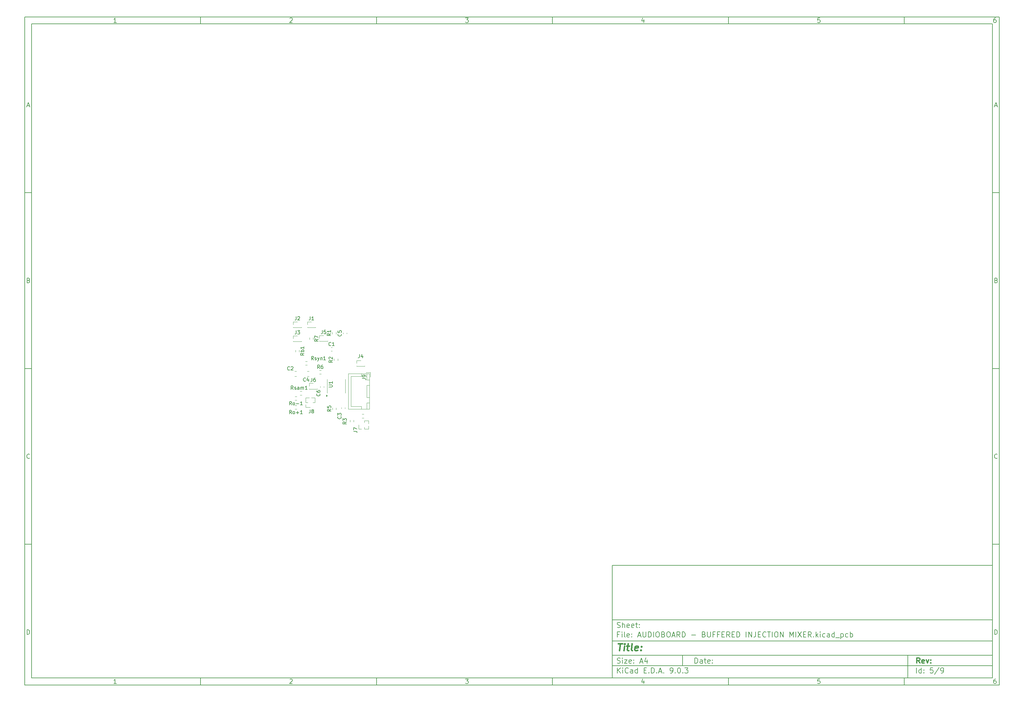
<source format=gbr>
%TF.GenerationSoftware,KiCad,Pcbnew,9.0.3*%
%TF.CreationDate,2025-09-10T01:15:20-07:00*%
%TF.ProjectId,AUDIOBOARD - BUFFERED INJECTION MIXER,41554449-4f42-44f4-9152-44202d204255,rev?*%
%TF.SameCoordinates,Original*%
%TF.FileFunction,Legend,Top*%
%TF.FilePolarity,Positive*%
%FSLAX46Y46*%
G04 Gerber Fmt 4.6, Leading zero omitted, Abs format (unit mm)*
G04 Created by KiCad (PCBNEW 9.0.3) date 2025-09-10 01:15:20*
%MOMM*%
%LPD*%
G01*
G04 APERTURE LIST*
%ADD10C,0.100000*%
%ADD11C,0.150000*%
%ADD12C,0.300000*%
%ADD13C,0.400000*%
%ADD14C,0.120000*%
G04 APERTURE END LIST*
D10*
D11*
X177002200Y-166007200D02*
X285002200Y-166007200D01*
X285002200Y-198007200D01*
X177002200Y-198007200D01*
X177002200Y-166007200D01*
D10*
D11*
X10000000Y-10000000D02*
X287002200Y-10000000D01*
X287002200Y-200007200D01*
X10000000Y-200007200D01*
X10000000Y-10000000D01*
D10*
D11*
X12000000Y-12000000D02*
X285002200Y-12000000D01*
X285002200Y-198007200D01*
X12000000Y-198007200D01*
X12000000Y-12000000D01*
D10*
D11*
X60000000Y-12000000D02*
X60000000Y-10000000D01*
D10*
D11*
X110000000Y-12000000D02*
X110000000Y-10000000D01*
D10*
D11*
X160000000Y-12000000D02*
X160000000Y-10000000D01*
D10*
D11*
X210000000Y-12000000D02*
X210000000Y-10000000D01*
D10*
D11*
X260000000Y-12000000D02*
X260000000Y-10000000D01*
D10*
D11*
X36089160Y-11593604D02*
X35346303Y-11593604D01*
X35717731Y-11593604D02*
X35717731Y-10293604D01*
X35717731Y-10293604D02*
X35593922Y-10479319D01*
X35593922Y-10479319D02*
X35470112Y-10603128D01*
X35470112Y-10603128D02*
X35346303Y-10665033D01*
D10*
D11*
X85346303Y-10417414D02*
X85408207Y-10355509D01*
X85408207Y-10355509D02*
X85532017Y-10293604D01*
X85532017Y-10293604D02*
X85841541Y-10293604D01*
X85841541Y-10293604D02*
X85965350Y-10355509D01*
X85965350Y-10355509D02*
X86027255Y-10417414D01*
X86027255Y-10417414D02*
X86089160Y-10541223D01*
X86089160Y-10541223D02*
X86089160Y-10665033D01*
X86089160Y-10665033D02*
X86027255Y-10850747D01*
X86027255Y-10850747D02*
X85284398Y-11593604D01*
X85284398Y-11593604D02*
X86089160Y-11593604D01*
D10*
D11*
X135284398Y-10293604D02*
X136089160Y-10293604D01*
X136089160Y-10293604D02*
X135655826Y-10788842D01*
X135655826Y-10788842D02*
X135841541Y-10788842D01*
X135841541Y-10788842D02*
X135965350Y-10850747D01*
X135965350Y-10850747D02*
X136027255Y-10912652D01*
X136027255Y-10912652D02*
X136089160Y-11036461D01*
X136089160Y-11036461D02*
X136089160Y-11345985D01*
X136089160Y-11345985D02*
X136027255Y-11469795D01*
X136027255Y-11469795D02*
X135965350Y-11531700D01*
X135965350Y-11531700D02*
X135841541Y-11593604D01*
X135841541Y-11593604D02*
X135470112Y-11593604D01*
X135470112Y-11593604D02*
X135346303Y-11531700D01*
X135346303Y-11531700D02*
X135284398Y-11469795D01*
D10*
D11*
X185965350Y-10726938D02*
X185965350Y-11593604D01*
X185655826Y-10231700D02*
X185346303Y-11160271D01*
X185346303Y-11160271D02*
X186151064Y-11160271D01*
D10*
D11*
X236027255Y-10293604D02*
X235408207Y-10293604D01*
X235408207Y-10293604D02*
X235346303Y-10912652D01*
X235346303Y-10912652D02*
X235408207Y-10850747D01*
X235408207Y-10850747D02*
X235532017Y-10788842D01*
X235532017Y-10788842D02*
X235841541Y-10788842D01*
X235841541Y-10788842D02*
X235965350Y-10850747D01*
X235965350Y-10850747D02*
X236027255Y-10912652D01*
X236027255Y-10912652D02*
X236089160Y-11036461D01*
X236089160Y-11036461D02*
X236089160Y-11345985D01*
X236089160Y-11345985D02*
X236027255Y-11469795D01*
X236027255Y-11469795D02*
X235965350Y-11531700D01*
X235965350Y-11531700D02*
X235841541Y-11593604D01*
X235841541Y-11593604D02*
X235532017Y-11593604D01*
X235532017Y-11593604D02*
X235408207Y-11531700D01*
X235408207Y-11531700D02*
X235346303Y-11469795D01*
D10*
D11*
X285965350Y-10293604D02*
X285717731Y-10293604D01*
X285717731Y-10293604D02*
X285593922Y-10355509D01*
X285593922Y-10355509D02*
X285532017Y-10417414D01*
X285532017Y-10417414D02*
X285408207Y-10603128D01*
X285408207Y-10603128D02*
X285346303Y-10850747D01*
X285346303Y-10850747D02*
X285346303Y-11345985D01*
X285346303Y-11345985D02*
X285408207Y-11469795D01*
X285408207Y-11469795D02*
X285470112Y-11531700D01*
X285470112Y-11531700D02*
X285593922Y-11593604D01*
X285593922Y-11593604D02*
X285841541Y-11593604D01*
X285841541Y-11593604D02*
X285965350Y-11531700D01*
X285965350Y-11531700D02*
X286027255Y-11469795D01*
X286027255Y-11469795D02*
X286089160Y-11345985D01*
X286089160Y-11345985D02*
X286089160Y-11036461D01*
X286089160Y-11036461D02*
X286027255Y-10912652D01*
X286027255Y-10912652D02*
X285965350Y-10850747D01*
X285965350Y-10850747D02*
X285841541Y-10788842D01*
X285841541Y-10788842D02*
X285593922Y-10788842D01*
X285593922Y-10788842D02*
X285470112Y-10850747D01*
X285470112Y-10850747D02*
X285408207Y-10912652D01*
X285408207Y-10912652D02*
X285346303Y-11036461D01*
D10*
D11*
X60000000Y-198007200D02*
X60000000Y-200007200D01*
D10*
D11*
X110000000Y-198007200D02*
X110000000Y-200007200D01*
D10*
D11*
X160000000Y-198007200D02*
X160000000Y-200007200D01*
D10*
D11*
X210000000Y-198007200D02*
X210000000Y-200007200D01*
D10*
D11*
X260000000Y-198007200D02*
X260000000Y-200007200D01*
D10*
D11*
X36089160Y-199600804D02*
X35346303Y-199600804D01*
X35717731Y-199600804D02*
X35717731Y-198300804D01*
X35717731Y-198300804D02*
X35593922Y-198486519D01*
X35593922Y-198486519D02*
X35470112Y-198610328D01*
X35470112Y-198610328D02*
X35346303Y-198672233D01*
D10*
D11*
X85346303Y-198424614D02*
X85408207Y-198362709D01*
X85408207Y-198362709D02*
X85532017Y-198300804D01*
X85532017Y-198300804D02*
X85841541Y-198300804D01*
X85841541Y-198300804D02*
X85965350Y-198362709D01*
X85965350Y-198362709D02*
X86027255Y-198424614D01*
X86027255Y-198424614D02*
X86089160Y-198548423D01*
X86089160Y-198548423D02*
X86089160Y-198672233D01*
X86089160Y-198672233D02*
X86027255Y-198857947D01*
X86027255Y-198857947D02*
X85284398Y-199600804D01*
X85284398Y-199600804D02*
X86089160Y-199600804D01*
D10*
D11*
X135284398Y-198300804D02*
X136089160Y-198300804D01*
X136089160Y-198300804D02*
X135655826Y-198796042D01*
X135655826Y-198796042D02*
X135841541Y-198796042D01*
X135841541Y-198796042D02*
X135965350Y-198857947D01*
X135965350Y-198857947D02*
X136027255Y-198919852D01*
X136027255Y-198919852D02*
X136089160Y-199043661D01*
X136089160Y-199043661D02*
X136089160Y-199353185D01*
X136089160Y-199353185D02*
X136027255Y-199476995D01*
X136027255Y-199476995D02*
X135965350Y-199538900D01*
X135965350Y-199538900D02*
X135841541Y-199600804D01*
X135841541Y-199600804D02*
X135470112Y-199600804D01*
X135470112Y-199600804D02*
X135346303Y-199538900D01*
X135346303Y-199538900D02*
X135284398Y-199476995D01*
D10*
D11*
X185965350Y-198734138D02*
X185965350Y-199600804D01*
X185655826Y-198238900D02*
X185346303Y-199167471D01*
X185346303Y-199167471D02*
X186151064Y-199167471D01*
D10*
D11*
X236027255Y-198300804D02*
X235408207Y-198300804D01*
X235408207Y-198300804D02*
X235346303Y-198919852D01*
X235346303Y-198919852D02*
X235408207Y-198857947D01*
X235408207Y-198857947D02*
X235532017Y-198796042D01*
X235532017Y-198796042D02*
X235841541Y-198796042D01*
X235841541Y-198796042D02*
X235965350Y-198857947D01*
X235965350Y-198857947D02*
X236027255Y-198919852D01*
X236027255Y-198919852D02*
X236089160Y-199043661D01*
X236089160Y-199043661D02*
X236089160Y-199353185D01*
X236089160Y-199353185D02*
X236027255Y-199476995D01*
X236027255Y-199476995D02*
X235965350Y-199538900D01*
X235965350Y-199538900D02*
X235841541Y-199600804D01*
X235841541Y-199600804D02*
X235532017Y-199600804D01*
X235532017Y-199600804D02*
X235408207Y-199538900D01*
X235408207Y-199538900D02*
X235346303Y-199476995D01*
D10*
D11*
X285965350Y-198300804D02*
X285717731Y-198300804D01*
X285717731Y-198300804D02*
X285593922Y-198362709D01*
X285593922Y-198362709D02*
X285532017Y-198424614D01*
X285532017Y-198424614D02*
X285408207Y-198610328D01*
X285408207Y-198610328D02*
X285346303Y-198857947D01*
X285346303Y-198857947D02*
X285346303Y-199353185D01*
X285346303Y-199353185D02*
X285408207Y-199476995D01*
X285408207Y-199476995D02*
X285470112Y-199538900D01*
X285470112Y-199538900D02*
X285593922Y-199600804D01*
X285593922Y-199600804D02*
X285841541Y-199600804D01*
X285841541Y-199600804D02*
X285965350Y-199538900D01*
X285965350Y-199538900D02*
X286027255Y-199476995D01*
X286027255Y-199476995D02*
X286089160Y-199353185D01*
X286089160Y-199353185D02*
X286089160Y-199043661D01*
X286089160Y-199043661D02*
X286027255Y-198919852D01*
X286027255Y-198919852D02*
X285965350Y-198857947D01*
X285965350Y-198857947D02*
X285841541Y-198796042D01*
X285841541Y-198796042D02*
X285593922Y-198796042D01*
X285593922Y-198796042D02*
X285470112Y-198857947D01*
X285470112Y-198857947D02*
X285408207Y-198919852D01*
X285408207Y-198919852D02*
X285346303Y-199043661D01*
D10*
D11*
X10000000Y-60000000D02*
X12000000Y-60000000D01*
D10*
D11*
X10000000Y-110000000D02*
X12000000Y-110000000D01*
D10*
D11*
X10000000Y-160000000D02*
X12000000Y-160000000D01*
D10*
D11*
X10690476Y-35222176D02*
X11309523Y-35222176D01*
X10566666Y-35593604D02*
X10999999Y-34293604D01*
X10999999Y-34293604D02*
X11433333Y-35593604D01*
D10*
D11*
X11092857Y-84912652D02*
X11278571Y-84974557D01*
X11278571Y-84974557D02*
X11340476Y-85036461D01*
X11340476Y-85036461D02*
X11402380Y-85160271D01*
X11402380Y-85160271D02*
X11402380Y-85345985D01*
X11402380Y-85345985D02*
X11340476Y-85469795D01*
X11340476Y-85469795D02*
X11278571Y-85531700D01*
X11278571Y-85531700D02*
X11154761Y-85593604D01*
X11154761Y-85593604D02*
X10659523Y-85593604D01*
X10659523Y-85593604D02*
X10659523Y-84293604D01*
X10659523Y-84293604D02*
X11092857Y-84293604D01*
X11092857Y-84293604D02*
X11216666Y-84355509D01*
X11216666Y-84355509D02*
X11278571Y-84417414D01*
X11278571Y-84417414D02*
X11340476Y-84541223D01*
X11340476Y-84541223D02*
X11340476Y-84665033D01*
X11340476Y-84665033D02*
X11278571Y-84788842D01*
X11278571Y-84788842D02*
X11216666Y-84850747D01*
X11216666Y-84850747D02*
X11092857Y-84912652D01*
X11092857Y-84912652D02*
X10659523Y-84912652D01*
D10*
D11*
X11402380Y-135469795D02*
X11340476Y-135531700D01*
X11340476Y-135531700D02*
X11154761Y-135593604D01*
X11154761Y-135593604D02*
X11030952Y-135593604D01*
X11030952Y-135593604D02*
X10845238Y-135531700D01*
X10845238Y-135531700D02*
X10721428Y-135407890D01*
X10721428Y-135407890D02*
X10659523Y-135284080D01*
X10659523Y-135284080D02*
X10597619Y-135036461D01*
X10597619Y-135036461D02*
X10597619Y-134850747D01*
X10597619Y-134850747D02*
X10659523Y-134603128D01*
X10659523Y-134603128D02*
X10721428Y-134479319D01*
X10721428Y-134479319D02*
X10845238Y-134355509D01*
X10845238Y-134355509D02*
X11030952Y-134293604D01*
X11030952Y-134293604D02*
X11154761Y-134293604D01*
X11154761Y-134293604D02*
X11340476Y-134355509D01*
X11340476Y-134355509D02*
X11402380Y-134417414D01*
D10*
D11*
X10659523Y-185593604D02*
X10659523Y-184293604D01*
X10659523Y-184293604D02*
X10969047Y-184293604D01*
X10969047Y-184293604D02*
X11154761Y-184355509D01*
X11154761Y-184355509D02*
X11278571Y-184479319D01*
X11278571Y-184479319D02*
X11340476Y-184603128D01*
X11340476Y-184603128D02*
X11402380Y-184850747D01*
X11402380Y-184850747D02*
X11402380Y-185036461D01*
X11402380Y-185036461D02*
X11340476Y-185284080D01*
X11340476Y-185284080D02*
X11278571Y-185407890D01*
X11278571Y-185407890D02*
X11154761Y-185531700D01*
X11154761Y-185531700D02*
X10969047Y-185593604D01*
X10969047Y-185593604D02*
X10659523Y-185593604D01*
D10*
D11*
X287002200Y-60000000D02*
X285002200Y-60000000D01*
D10*
D11*
X287002200Y-110000000D02*
X285002200Y-110000000D01*
D10*
D11*
X287002200Y-160000000D02*
X285002200Y-160000000D01*
D10*
D11*
X285692676Y-35222176D02*
X286311723Y-35222176D01*
X285568866Y-35593604D02*
X286002199Y-34293604D01*
X286002199Y-34293604D02*
X286435533Y-35593604D01*
D10*
D11*
X286095057Y-84912652D02*
X286280771Y-84974557D01*
X286280771Y-84974557D02*
X286342676Y-85036461D01*
X286342676Y-85036461D02*
X286404580Y-85160271D01*
X286404580Y-85160271D02*
X286404580Y-85345985D01*
X286404580Y-85345985D02*
X286342676Y-85469795D01*
X286342676Y-85469795D02*
X286280771Y-85531700D01*
X286280771Y-85531700D02*
X286156961Y-85593604D01*
X286156961Y-85593604D02*
X285661723Y-85593604D01*
X285661723Y-85593604D02*
X285661723Y-84293604D01*
X285661723Y-84293604D02*
X286095057Y-84293604D01*
X286095057Y-84293604D02*
X286218866Y-84355509D01*
X286218866Y-84355509D02*
X286280771Y-84417414D01*
X286280771Y-84417414D02*
X286342676Y-84541223D01*
X286342676Y-84541223D02*
X286342676Y-84665033D01*
X286342676Y-84665033D02*
X286280771Y-84788842D01*
X286280771Y-84788842D02*
X286218866Y-84850747D01*
X286218866Y-84850747D02*
X286095057Y-84912652D01*
X286095057Y-84912652D02*
X285661723Y-84912652D01*
D10*
D11*
X286404580Y-135469795D02*
X286342676Y-135531700D01*
X286342676Y-135531700D02*
X286156961Y-135593604D01*
X286156961Y-135593604D02*
X286033152Y-135593604D01*
X286033152Y-135593604D02*
X285847438Y-135531700D01*
X285847438Y-135531700D02*
X285723628Y-135407890D01*
X285723628Y-135407890D02*
X285661723Y-135284080D01*
X285661723Y-135284080D02*
X285599819Y-135036461D01*
X285599819Y-135036461D02*
X285599819Y-134850747D01*
X285599819Y-134850747D02*
X285661723Y-134603128D01*
X285661723Y-134603128D02*
X285723628Y-134479319D01*
X285723628Y-134479319D02*
X285847438Y-134355509D01*
X285847438Y-134355509D02*
X286033152Y-134293604D01*
X286033152Y-134293604D02*
X286156961Y-134293604D01*
X286156961Y-134293604D02*
X286342676Y-134355509D01*
X286342676Y-134355509D02*
X286404580Y-134417414D01*
D10*
D11*
X285661723Y-185593604D02*
X285661723Y-184293604D01*
X285661723Y-184293604D02*
X285971247Y-184293604D01*
X285971247Y-184293604D02*
X286156961Y-184355509D01*
X286156961Y-184355509D02*
X286280771Y-184479319D01*
X286280771Y-184479319D02*
X286342676Y-184603128D01*
X286342676Y-184603128D02*
X286404580Y-184850747D01*
X286404580Y-184850747D02*
X286404580Y-185036461D01*
X286404580Y-185036461D02*
X286342676Y-185284080D01*
X286342676Y-185284080D02*
X286280771Y-185407890D01*
X286280771Y-185407890D02*
X286156961Y-185531700D01*
X286156961Y-185531700D02*
X285971247Y-185593604D01*
X285971247Y-185593604D02*
X285661723Y-185593604D01*
D10*
D11*
X200458026Y-193793328D02*
X200458026Y-192293328D01*
X200458026Y-192293328D02*
X200815169Y-192293328D01*
X200815169Y-192293328D02*
X201029455Y-192364757D01*
X201029455Y-192364757D02*
X201172312Y-192507614D01*
X201172312Y-192507614D02*
X201243741Y-192650471D01*
X201243741Y-192650471D02*
X201315169Y-192936185D01*
X201315169Y-192936185D02*
X201315169Y-193150471D01*
X201315169Y-193150471D02*
X201243741Y-193436185D01*
X201243741Y-193436185D02*
X201172312Y-193579042D01*
X201172312Y-193579042D02*
X201029455Y-193721900D01*
X201029455Y-193721900D02*
X200815169Y-193793328D01*
X200815169Y-193793328D02*
X200458026Y-193793328D01*
X202600884Y-193793328D02*
X202600884Y-193007614D01*
X202600884Y-193007614D02*
X202529455Y-192864757D01*
X202529455Y-192864757D02*
X202386598Y-192793328D01*
X202386598Y-192793328D02*
X202100884Y-192793328D01*
X202100884Y-192793328D02*
X201958026Y-192864757D01*
X202600884Y-193721900D02*
X202458026Y-193793328D01*
X202458026Y-193793328D02*
X202100884Y-193793328D01*
X202100884Y-193793328D02*
X201958026Y-193721900D01*
X201958026Y-193721900D02*
X201886598Y-193579042D01*
X201886598Y-193579042D02*
X201886598Y-193436185D01*
X201886598Y-193436185D02*
X201958026Y-193293328D01*
X201958026Y-193293328D02*
X202100884Y-193221900D01*
X202100884Y-193221900D02*
X202458026Y-193221900D01*
X202458026Y-193221900D02*
X202600884Y-193150471D01*
X203100884Y-192793328D02*
X203672312Y-192793328D01*
X203315169Y-192293328D02*
X203315169Y-193579042D01*
X203315169Y-193579042D02*
X203386598Y-193721900D01*
X203386598Y-193721900D02*
X203529455Y-193793328D01*
X203529455Y-193793328D02*
X203672312Y-193793328D01*
X204743741Y-193721900D02*
X204600884Y-193793328D01*
X204600884Y-193793328D02*
X204315170Y-193793328D01*
X204315170Y-193793328D02*
X204172312Y-193721900D01*
X204172312Y-193721900D02*
X204100884Y-193579042D01*
X204100884Y-193579042D02*
X204100884Y-193007614D01*
X204100884Y-193007614D02*
X204172312Y-192864757D01*
X204172312Y-192864757D02*
X204315170Y-192793328D01*
X204315170Y-192793328D02*
X204600884Y-192793328D01*
X204600884Y-192793328D02*
X204743741Y-192864757D01*
X204743741Y-192864757D02*
X204815170Y-193007614D01*
X204815170Y-193007614D02*
X204815170Y-193150471D01*
X204815170Y-193150471D02*
X204100884Y-193293328D01*
X205458026Y-193650471D02*
X205529455Y-193721900D01*
X205529455Y-193721900D02*
X205458026Y-193793328D01*
X205458026Y-193793328D02*
X205386598Y-193721900D01*
X205386598Y-193721900D02*
X205458026Y-193650471D01*
X205458026Y-193650471D02*
X205458026Y-193793328D01*
X205458026Y-192864757D02*
X205529455Y-192936185D01*
X205529455Y-192936185D02*
X205458026Y-193007614D01*
X205458026Y-193007614D02*
X205386598Y-192936185D01*
X205386598Y-192936185D02*
X205458026Y-192864757D01*
X205458026Y-192864757D02*
X205458026Y-193007614D01*
D10*
D11*
X177002200Y-194507200D02*
X285002200Y-194507200D01*
D10*
D11*
X178458026Y-196593328D02*
X178458026Y-195093328D01*
X179315169Y-196593328D02*
X178672312Y-195736185D01*
X179315169Y-195093328D02*
X178458026Y-195950471D01*
X179958026Y-196593328D02*
X179958026Y-195593328D01*
X179958026Y-195093328D02*
X179886598Y-195164757D01*
X179886598Y-195164757D02*
X179958026Y-195236185D01*
X179958026Y-195236185D02*
X180029455Y-195164757D01*
X180029455Y-195164757D02*
X179958026Y-195093328D01*
X179958026Y-195093328D02*
X179958026Y-195236185D01*
X181529455Y-196450471D02*
X181458027Y-196521900D01*
X181458027Y-196521900D02*
X181243741Y-196593328D01*
X181243741Y-196593328D02*
X181100884Y-196593328D01*
X181100884Y-196593328D02*
X180886598Y-196521900D01*
X180886598Y-196521900D02*
X180743741Y-196379042D01*
X180743741Y-196379042D02*
X180672312Y-196236185D01*
X180672312Y-196236185D02*
X180600884Y-195950471D01*
X180600884Y-195950471D02*
X180600884Y-195736185D01*
X180600884Y-195736185D02*
X180672312Y-195450471D01*
X180672312Y-195450471D02*
X180743741Y-195307614D01*
X180743741Y-195307614D02*
X180886598Y-195164757D01*
X180886598Y-195164757D02*
X181100884Y-195093328D01*
X181100884Y-195093328D02*
X181243741Y-195093328D01*
X181243741Y-195093328D02*
X181458027Y-195164757D01*
X181458027Y-195164757D02*
X181529455Y-195236185D01*
X182815170Y-196593328D02*
X182815170Y-195807614D01*
X182815170Y-195807614D02*
X182743741Y-195664757D01*
X182743741Y-195664757D02*
X182600884Y-195593328D01*
X182600884Y-195593328D02*
X182315170Y-195593328D01*
X182315170Y-195593328D02*
X182172312Y-195664757D01*
X182815170Y-196521900D02*
X182672312Y-196593328D01*
X182672312Y-196593328D02*
X182315170Y-196593328D01*
X182315170Y-196593328D02*
X182172312Y-196521900D01*
X182172312Y-196521900D02*
X182100884Y-196379042D01*
X182100884Y-196379042D02*
X182100884Y-196236185D01*
X182100884Y-196236185D02*
X182172312Y-196093328D01*
X182172312Y-196093328D02*
X182315170Y-196021900D01*
X182315170Y-196021900D02*
X182672312Y-196021900D01*
X182672312Y-196021900D02*
X182815170Y-195950471D01*
X184172313Y-196593328D02*
X184172313Y-195093328D01*
X184172313Y-196521900D02*
X184029455Y-196593328D01*
X184029455Y-196593328D02*
X183743741Y-196593328D01*
X183743741Y-196593328D02*
X183600884Y-196521900D01*
X183600884Y-196521900D02*
X183529455Y-196450471D01*
X183529455Y-196450471D02*
X183458027Y-196307614D01*
X183458027Y-196307614D02*
X183458027Y-195879042D01*
X183458027Y-195879042D02*
X183529455Y-195736185D01*
X183529455Y-195736185D02*
X183600884Y-195664757D01*
X183600884Y-195664757D02*
X183743741Y-195593328D01*
X183743741Y-195593328D02*
X184029455Y-195593328D01*
X184029455Y-195593328D02*
X184172313Y-195664757D01*
X186029455Y-195807614D02*
X186529455Y-195807614D01*
X186743741Y-196593328D02*
X186029455Y-196593328D01*
X186029455Y-196593328D02*
X186029455Y-195093328D01*
X186029455Y-195093328D02*
X186743741Y-195093328D01*
X187386598Y-196450471D02*
X187458027Y-196521900D01*
X187458027Y-196521900D02*
X187386598Y-196593328D01*
X187386598Y-196593328D02*
X187315170Y-196521900D01*
X187315170Y-196521900D02*
X187386598Y-196450471D01*
X187386598Y-196450471D02*
X187386598Y-196593328D01*
X188100884Y-196593328D02*
X188100884Y-195093328D01*
X188100884Y-195093328D02*
X188458027Y-195093328D01*
X188458027Y-195093328D02*
X188672313Y-195164757D01*
X188672313Y-195164757D02*
X188815170Y-195307614D01*
X188815170Y-195307614D02*
X188886599Y-195450471D01*
X188886599Y-195450471D02*
X188958027Y-195736185D01*
X188958027Y-195736185D02*
X188958027Y-195950471D01*
X188958027Y-195950471D02*
X188886599Y-196236185D01*
X188886599Y-196236185D02*
X188815170Y-196379042D01*
X188815170Y-196379042D02*
X188672313Y-196521900D01*
X188672313Y-196521900D02*
X188458027Y-196593328D01*
X188458027Y-196593328D02*
X188100884Y-196593328D01*
X189600884Y-196450471D02*
X189672313Y-196521900D01*
X189672313Y-196521900D02*
X189600884Y-196593328D01*
X189600884Y-196593328D02*
X189529456Y-196521900D01*
X189529456Y-196521900D02*
X189600884Y-196450471D01*
X189600884Y-196450471D02*
X189600884Y-196593328D01*
X190243742Y-196164757D02*
X190958028Y-196164757D01*
X190100885Y-196593328D02*
X190600885Y-195093328D01*
X190600885Y-195093328D02*
X191100885Y-196593328D01*
X191600884Y-196450471D02*
X191672313Y-196521900D01*
X191672313Y-196521900D02*
X191600884Y-196593328D01*
X191600884Y-196593328D02*
X191529456Y-196521900D01*
X191529456Y-196521900D02*
X191600884Y-196450471D01*
X191600884Y-196450471D02*
X191600884Y-196593328D01*
X193529456Y-196593328D02*
X193815170Y-196593328D01*
X193815170Y-196593328D02*
X193958027Y-196521900D01*
X193958027Y-196521900D02*
X194029456Y-196450471D01*
X194029456Y-196450471D02*
X194172313Y-196236185D01*
X194172313Y-196236185D02*
X194243742Y-195950471D01*
X194243742Y-195950471D02*
X194243742Y-195379042D01*
X194243742Y-195379042D02*
X194172313Y-195236185D01*
X194172313Y-195236185D02*
X194100885Y-195164757D01*
X194100885Y-195164757D02*
X193958027Y-195093328D01*
X193958027Y-195093328D02*
X193672313Y-195093328D01*
X193672313Y-195093328D02*
X193529456Y-195164757D01*
X193529456Y-195164757D02*
X193458027Y-195236185D01*
X193458027Y-195236185D02*
X193386599Y-195379042D01*
X193386599Y-195379042D02*
X193386599Y-195736185D01*
X193386599Y-195736185D02*
X193458027Y-195879042D01*
X193458027Y-195879042D02*
X193529456Y-195950471D01*
X193529456Y-195950471D02*
X193672313Y-196021900D01*
X193672313Y-196021900D02*
X193958027Y-196021900D01*
X193958027Y-196021900D02*
X194100885Y-195950471D01*
X194100885Y-195950471D02*
X194172313Y-195879042D01*
X194172313Y-195879042D02*
X194243742Y-195736185D01*
X194886598Y-196450471D02*
X194958027Y-196521900D01*
X194958027Y-196521900D02*
X194886598Y-196593328D01*
X194886598Y-196593328D02*
X194815170Y-196521900D01*
X194815170Y-196521900D02*
X194886598Y-196450471D01*
X194886598Y-196450471D02*
X194886598Y-196593328D01*
X195886599Y-195093328D02*
X196029456Y-195093328D01*
X196029456Y-195093328D02*
X196172313Y-195164757D01*
X196172313Y-195164757D02*
X196243742Y-195236185D01*
X196243742Y-195236185D02*
X196315170Y-195379042D01*
X196315170Y-195379042D02*
X196386599Y-195664757D01*
X196386599Y-195664757D02*
X196386599Y-196021900D01*
X196386599Y-196021900D02*
X196315170Y-196307614D01*
X196315170Y-196307614D02*
X196243742Y-196450471D01*
X196243742Y-196450471D02*
X196172313Y-196521900D01*
X196172313Y-196521900D02*
X196029456Y-196593328D01*
X196029456Y-196593328D02*
X195886599Y-196593328D01*
X195886599Y-196593328D02*
X195743742Y-196521900D01*
X195743742Y-196521900D02*
X195672313Y-196450471D01*
X195672313Y-196450471D02*
X195600884Y-196307614D01*
X195600884Y-196307614D02*
X195529456Y-196021900D01*
X195529456Y-196021900D02*
X195529456Y-195664757D01*
X195529456Y-195664757D02*
X195600884Y-195379042D01*
X195600884Y-195379042D02*
X195672313Y-195236185D01*
X195672313Y-195236185D02*
X195743742Y-195164757D01*
X195743742Y-195164757D02*
X195886599Y-195093328D01*
X197029455Y-196450471D02*
X197100884Y-196521900D01*
X197100884Y-196521900D02*
X197029455Y-196593328D01*
X197029455Y-196593328D02*
X196958027Y-196521900D01*
X196958027Y-196521900D02*
X197029455Y-196450471D01*
X197029455Y-196450471D02*
X197029455Y-196593328D01*
X197600884Y-195093328D02*
X198529456Y-195093328D01*
X198529456Y-195093328D02*
X198029456Y-195664757D01*
X198029456Y-195664757D02*
X198243741Y-195664757D01*
X198243741Y-195664757D02*
X198386599Y-195736185D01*
X198386599Y-195736185D02*
X198458027Y-195807614D01*
X198458027Y-195807614D02*
X198529456Y-195950471D01*
X198529456Y-195950471D02*
X198529456Y-196307614D01*
X198529456Y-196307614D02*
X198458027Y-196450471D01*
X198458027Y-196450471D02*
X198386599Y-196521900D01*
X198386599Y-196521900D02*
X198243741Y-196593328D01*
X198243741Y-196593328D02*
X197815170Y-196593328D01*
X197815170Y-196593328D02*
X197672313Y-196521900D01*
X197672313Y-196521900D02*
X197600884Y-196450471D01*
D10*
D11*
X177002200Y-191507200D02*
X285002200Y-191507200D01*
D10*
D12*
X264413853Y-193785528D02*
X263913853Y-193071242D01*
X263556710Y-193785528D02*
X263556710Y-192285528D01*
X263556710Y-192285528D02*
X264128139Y-192285528D01*
X264128139Y-192285528D02*
X264270996Y-192356957D01*
X264270996Y-192356957D02*
X264342425Y-192428385D01*
X264342425Y-192428385D02*
X264413853Y-192571242D01*
X264413853Y-192571242D02*
X264413853Y-192785528D01*
X264413853Y-192785528D02*
X264342425Y-192928385D01*
X264342425Y-192928385D02*
X264270996Y-192999814D01*
X264270996Y-192999814D02*
X264128139Y-193071242D01*
X264128139Y-193071242D02*
X263556710Y-193071242D01*
X265628139Y-193714100D02*
X265485282Y-193785528D01*
X265485282Y-193785528D02*
X265199568Y-193785528D01*
X265199568Y-193785528D02*
X265056710Y-193714100D01*
X265056710Y-193714100D02*
X264985282Y-193571242D01*
X264985282Y-193571242D02*
X264985282Y-192999814D01*
X264985282Y-192999814D02*
X265056710Y-192856957D01*
X265056710Y-192856957D02*
X265199568Y-192785528D01*
X265199568Y-192785528D02*
X265485282Y-192785528D01*
X265485282Y-192785528D02*
X265628139Y-192856957D01*
X265628139Y-192856957D02*
X265699568Y-192999814D01*
X265699568Y-192999814D02*
X265699568Y-193142671D01*
X265699568Y-193142671D02*
X264985282Y-193285528D01*
X266199567Y-192785528D02*
X266556710Y-193785528D01*
X266556710Y-193785528D02*
X266913853Y-192785528D01*
X267485281Y-193642671D02*
X267556710Y-193714100D01*
X267556710Y-193714100D02*
X267485281Y-193785528D01*
X267485281Y-193785528D02*
X267413853Y-193714100D01*
X267413853Y-193714100D02*
X267485281Y-193642671D01*
X267485281Y-193642671D02*
X267485281Y-193785528D01*
X267485281Y-192856957D02*
X267556710Y-192928385D01*
X267556710Y-192928385D02*
X267485281Y-192999814D01*
X267485281Y-192999814D02*
X267413853Y-192928385D01*
X267413853Y-192928385D02*
X267485281Y-192856957D01*
X267485281Y-192856957D02*
X267485281Y-192999814D01*
D10*
D11*
X178386598Y-193721900D02*
X178600884Y-193793328D01*
X178600884Y-193793328D02*
X178958026Y-193793328D01*
X178958026Y-193793328D02*
X179100884Y-193721900D01*
X179100884Y-193721900D02*
X179172312Y-193650471D01*
X179172312Y-193650471D02*
X179243741Y-193507614D01*
X179243741Y-193507614D02*
X179243741Y-193364757D01*
X179243741Y-193364757D02*
X179172312Y-193221900D01*
X179172312Y-193221900D02*
X179100884Y-193150471D01*
X179100884Y-193150471D02*
X178958026Y-193079042D01*
X178958026Y-193079042D02*
X178672312Y-193007614D01*
X178672312Y-193007614D02*
X178529455Y-192936185D01*
X178529455Y-192936185D02*
X178458026Y-192864757D01*
X178458026Y-192864757D02*
X178386598Y-192721900D01*
X178386598Y-192721900D02*
X178386598Y-192579042D01*
X178386598Y-192579042D02*
X178458026Y-192436185D01*
X178458026Y-192436185D02*
X178529455Y-192364757D01*
X178529455Y-192364757D02*
X178672312Y-192293328D01*
X178672312Y-192293328D02*
X179029455Y-192293328D01*
X179029455Y-192293328D02*
X179243741Y-192364757D01*
X179886597Y-193793328D02*
X179886597Y-192793328D01*
X179886597Y-192293328D02*
X179815169Y-192364757D01*
X179815169Y-192364757D02*
X179886597Y-192436185D01*
X179886597Y-192436185D02*
X179958026Y-192364757D01*
X179958026Y-192364757D02*
X179886597Y-192293328D01*
X179886597Y-192293328D02*
X179886597Y-192436185D01*
X180458026Y-192793328D02*
X181243741Y-192793328D01*
X181243741Y-192793328D02*
X180458026Y-193793328D01*
X180458026Y-193793328D02*
X181243741Y-193793328D01*
X182386598Y-193721900D02*
X182243741Y-193793328D01*
X182243741Y-193793328D02*
X181958027Y-193793328D01*
X181958027Y-193793328D02*
X181815169Y-193721900D01*
X181815169Y-193721900D02*
X181743741Y-193579042D01*
X181743741Y-193579042D02*
X181743741Y-193007614D01*
X181743741Y-193007614D02*
X181815169Y-192864757D01*
X181815169Y-192864757D02*
X181958027Y-192793328D01*
X181958027Y-192793328D02*
X182243741Y-192793328D01*
X182243741Y-192793328D02*
X182386598Y-192864757D01*
X182386598Y-192864757D02*
X182458027Y-193007614D01*
X182458027Y-193007614D02*
X182458027Y-193150471D01*
X182458027Y-193150471D02*
X181743741Y-193293328D01*
X183100883Y-193650471D02*
X183172312Y-193721900D01*
X183172312Y-193721900D02*
X183100883Y-193793328D01*
X183100883Y-193793328D02*
X183029455Y-193721900D01*
X183029455Y-193721900D02*
X183100883Y-193650471D01*
X183100883Y-193650471D02*
X183100883Y-193793328D01*
X183100883Y-192864757D02*
X183172312Y-192936185D01*
X183172312Y-192936185D02*
X183100883Y-193007614D01*
X183100883Y-193007614D02*
X183029455Y-192936185D01*
X183029455Y-192936185D02*
X183100883Y-192864757D01*
X183100883Y-192864757D02*
X183100883Y-193007614D01*
X184886598Y-193364757D02*
X185600884Y-193364757D01*
X184743741Y-193793328D02*
X185243741Y-192293328D01*
X185243741Y-192293328D02*
X185743741Y-193793328D01*
X186886598Y-192793328D02*
X186886598Y-193793328D01*
X186529455Y-192221900D02*
X186172312Y-193293328D01*
X186172312Y-193293328D02*
X187100883Y-193293328D01*
D10*
D11*
X263458026Y-196593328D02*
X263458026Y-195093328D01*
X264815170Y-196593328D02*
X264815170Y-195093328D01*
X264815170Y-196521900D02*
X264672312Y-196593328D01*
X264672312Y-196593328D02*
X264386598Y-196593328D01*
X264386598Y-196593328D02*
X264243741Y-196521900D01*
X264243741Y-196521900D02*
X264172312Y-196450471D01*
X264172312Y-196450471D02*
X264100884Y-196307614D01*
X264100884Y-196307614D02*
X264100884Y-195879042D01*
X264100884Y-195879042D02*
X264172312Y-195736185D01*
X264172312Y-195736185D02*
X264243741Y-195664757D01*
X264243741Y-195664757D02*
X264386598Y-195593328D01*
X264386598Y-195593328D02*
X264672312Y-195593328D01*
X264672312Y-195593328D02*
X264815170Y-195664757D01*
X265529455Y-196450471D02*
X265600884Y-196521900D01*
X265600884Y-196521900D02*
X265529455Y-196593328D01*
X265529455Y-196593328D02*
X265458027Y-196521900D01*
X265458027Y-196521900D02*
X265529455Y-196450471D01*
X265529455Y-196450471D02*
X265529455Y-196593328D01*
X265529455Y-195664757D02*
X265600884Y-195736185D01*
X265600884Y-195736185D02*
X265529455Y-195807614D01*
X265529455Y-195807614D02*
X265458027Y-195736185D01*
X265458027Y-195736185D02*
X265529455Y-195664757D01*
X265529455Y-195664757D02*
X265529455Y-195807614D01*
X268100884Y-195093328D02*
X267386598Y-195093328D01*
X267386598Y-195093328D02*
X267315170Y-195807614D01*
X267315170Y-195807614D02*
X267386598Y-195736185D01*
X267386598Y-195736185D02*
X267529456Y-195664757D01*
X267529456Y-195664757D02*
X267886598Y-195664757D01*
X267886598Y-195664757D02*
X268029456Y-195736185D01*
X268029456Y-195736185D02*
X268100884Y-195807614D01*
X268100884Y-195807614D02*
X268172313Y-195950471D01*
X268172313Y-195950471D02*
X268172313Y-196307614D01*
X268172313Y-196307614D02*
X268100884Y-196450471D01*
X268100884Y-196450471D02*
X268029456Y-196521900D01*
X268029456Y-196521900D02*
X267886598Y-196593328D01*
X267886598Y-196593328D02*
X267529456Y-196593328D01*
X267529456Y-196593328D02*
X267386598Y-196521900D01*
X267386598Y-196521900D02*
X267315170Y-196450471D01*
X269886598Y-195021900D02*
X268600884Y-196950471D01*
X270458027Y-196593328D02*
X270743741Y-196593328D01*
X270743741Y-196593328D02*
X270886598Y-196521900D01*
X270886598Y-196521900D02*
X270958027Y-196450471D01*
X270958027Y-196450471D02*
X271100884Y-196236185D01*
X271100884Y-196236185D02*
X271172313Y-195950471D01*
X271172313Y-195950471D02*
X271172313Y-195379042D01*
X271172313Y-195379042D02*
X271100884Y-195236185D01*
X271100884Y-195236185D02*
X271029456Y-195164757D01*
X271029456Y-195164757D02*
X270886598Y-195093328D01*
X270886598Y-195093328D02*
X270600884Y-195093328D01*
X270600884Y-195093328D02*
X270458027Y-195164757D01*
X270458027Y-195164757D02*
X270386598Y-195236185D01*
X270386598Y-195236185D02*
X270315170Y-195379042D01*
X270315170Y-195379042D02*
X270315170Y-195736185D01*
X270315170Y-195736185D02*
X270386598Y-195879042D01*
X270386598Y-195879042D02*
X270458027Y-195950471D01*
X270458027Y-195950471D02*
X270600884Y-196021900D01*
X270600884Y-196021900D02*
X270886598Y-196021900D01*
X270886598Y-196021900D02*
X271029456Y-195950471D01*
X271029456Y-195950471D02*
X271100884Y-195879042D01*
X271100884Y-195879042D02*
X271172313Y-195736185D01*
D10*
D11*
X177002200Y-187507200D02*
X285002200Y-187507200D01*
D10*
D13*
X178693928Y-188211638D02*
X179836785Y-188211638D01*
X179015357Y-190211638D02*
X179265357Y-188211638D01*
X180253452Y-190211638D02*
X180420119Y-188878304D01*
X180503452Y-188211638D02*
X180396309Y-188306876D01*
X180396309Y-188306876D02*
X180479643Y-188402114D01*
X180479643Y-188402114D02*
X180586786Y-188306876D01*
X180586786Y-188306876D02*
X180503452Y-188211638D01*
X180503452Y-188211638D02*
X180479643Y-188402114D01*
X181086786Y-188878304D02*
X181848690Y-188878304D01*
X181455833Y-188211638D02*
X181241548Y-189925923D01*
X181241548Y-189925923D02*
X181312976Y-190116400D01*
X181312976Y-190116400D02*
X181491548Y-190211638D01*
X181491548Y-190211638D02*
X181682024Y-190211638D01*
X182634405Y-190211638D02*
X182455833Y-190116400D01*
X182455833Y-190116400D02*
X182384405Y-189925923D01*
X182384405Y-189925923D02*
X182598690Y-188211638D01*
X184170119Y-190116400D02*
X183967738Y-190211638D01*
X183967738Y-190211638D02*
X183586785Y-190211638D01*
X183586785Y-190211638D02*
X183408214Y-190116400D01*
X183408214Y-190116400D02*
X183336785Y-189925923D01*
X183336785Y-189925923D02*
X183432024Y-189164019D01*
X183432024Y-189164019D02*
X183551071Y-188973542D01*
X183551071Y-188973542D02*
X183753452Y-188878304D01*
X183753452Y-188878304D02*
X184134404Y-188878304D01*
X184134404Y-188878304D02*
X184312976Y-188973542D01*
X184312976Y-188973542D02*
X184384404Y-189164019D01*
X184384404Y-189164019D02*
X184360595Y-189354495D01*
X184360595Y-189354495D02*
X183384404Y-189544971D01*
X185134405Y-190021161D02*
X185217738Y-190116400D01*
X185217738Y-190116400D02*
X185110595Y-190211638D01*
X185110595Y-190211638D02*
X185027262Y-190116400D01*
X185027262Y-190116400D02*
X185134405Y-190021161D01*
X185134405Y-190021161D02*
X185110595Y-190211638D01*
X185265357Y-188973542D02*
X185348690Y-189068780D01*
X185348690Y-189068780D02*
X185241548Y-189164019D01*
X185241548Y-189164019D02*
X185158214Y-189068780D01*
X185158214Y-189068780D02*
X185265357Y-188973542D01*
X185265357Y-188973542D02*
X185241548Y-189164019D01*
D10*
D11*
X178958026Y-185607614D02*
X178458026Y-185607614D01*
X178458026Y-186393328D02*
X178458026Y-184893328D01*
X178458026Y-184893328D02*
X179172312Y-184893328D01*
X179743740Y-186393328D02*
X179743740Y-185393328D01*
X179743740Y-184893328D02*
X179672312Y-184964757D01*
X179672312Y-184964757D02*
X179743740Y-185036185D01*
X179743740Y-185036185D02*
X179815169Y-184964757D01*
X179815169Y-184964757D02*
X179743740Y-184893328D01*
X179743740Y-184893328D02*
X179743740Y-185036185D01*
X180672312Y-186393328D02*
X180529455Y-186321900D01*
X180529455Y-186321900D02*
X180458026Y-186179042D01*
X180458026Y-186179042D02*
X180458026Y-184893328D01*
X181815169Y-186321900D02*
X181672312Y-186393328D01*
X181672312Y-186393328D02*
X181386598Y-186393328D01*
X181386598Y-186393328D02*
X181243740Y-186321900D01*
X181243740Y-186321900D02*
X181172312Y-186179042D01*
X181172312Y-186179042D02*
X181172312Y-185607614D01*
X181172312Y-185607614D02*
X181243740Y-185464757D01*
X181243740Y-185464757D02*
X181386598Y-185393328D01*
X181386598Y-185393328D02*
X181672312Y-185393328D01*
X181672312Y-185393328D02*
X181815169Y-185464757D01*
X181815169Y-185464757D02*
X181886598Y-185607614D01*
X181886598Y-185607614D02*
X181886598Y-185750471D01*
X181886598Y-185750471D02*
X181172312Y-185893328D01*
X182529454Y-186250471D02*
X182600883Y-186321900D01*
X182600883Y-186321900D02*
X182529454Y-186393328D01*
X182529454Y-186393328D02*
X182458026Y-186321900D01*
X182458026Y-186321900D02*
X182529454Y-186250471D01*
X182529454Y-186250471D02*
X182529454Y-186393328D01*
X182529454Y-185464757D02*
X182600883Y-185536185D01*
X182600883Y-185536185D02*
X182529454Y-185607614D01*
X182529454Y-185607614D02*
X182458026Y-185536185D01*
X182458026Y-185536185D02*
X182529454Y-185464757D01*
X182529454Y-185464757D02*
X182529454Y-185607614D01*
X184315169Y-185964757D02*
X185029455Y-185964757D01*
X184172312Y-186393328D02*
X184672312Y-184893328D01*
X184672312Y-184893328D02*
X185172312Y-186393328D01*
X185672311Y-184893328D02*
X185672311Y-186107614D01*
X185672311Y-186107614D02*
X185743740Y-186250471D01*
X185743740Y-186250471D02*
X185815169Y-186321900D01*
X185815169Y-186321900D02*
X185958026Y-186393328D01*
X185958026Y-186393328D02*
X186243740Y-186393328D01*
X186243740Y-186393328D02*
X186386597Y-186321900D01*
X186386597Y-186321900D02*
X186458026Y-186250471D01*
X186458026Y-186250471D02*
X186529454Y-186107614D01*
X186529454Y-186107614D02*
X186529454Y-184893328D01*
X187243740Y-186393328D02*
X187243740Y-184893328D01*
X187243740Y-184893328D02*
X187600883Y-184893328D01*
X187600883Y-184893328D02*
X187815169Y-184964757D01*
X187815169Y-184964757D02*
X187958026Y-185107614D01*
X187958026Y-185107614D02*
X188029455Y-185250471D01*
X188029455Y-185250471D02*
X188100883Y-185536185D01*
X188100883Y-185536185D02*
X188100883Y-185750471D01*
X188100883Y-185750471D02*
X188029455Y-186036185D01*
X188029455Y-186036185D02*
X187958026Y-186179042D01*
X187958026Y-186179042D02*
X187815169Y-186321900D01*
X187815169Y-186321900D02*
X187600883Y-186393328D01*
X187600883Y-186393328D02*
X187243740Y-186393328D01*
X188743740Y-186393328D02*
X188743740Y-184893328D01*
X189743741Y-184893328D02*
X190029455Y-184893328D01*
X190029455Y-184893328D02*
X190172312Y-184964757D01*
X190172312Y-184964757D02*
X190315169Y-185107614D01*
X190315169Y-185107614D02*
X190386598Y-185393328D01*
X190386598Y-185393328D02*
X190386598Y-185893328D01*
X190386598Y-185893328D02*
X190315169Y-186179042D01*
X190315169Y-186179042D02*
X190172312Y-186321900D01*
X190172312Y-186321900D02*
X190029455Y-186393328D01*
X190029455Y-186393328D02*
X189743741Y-186393328D01*
X189743741Y-186393328D02*
X189600884Y-186321900D01*
X189600884Y-186321900D02*
X189458026Y-186179042D01*
X189458026Y-186179042D02*
X189386598Y-185893328D01*
X189386598Y-185893328D02*
X189386598Y-185393328D01*
X189386598Y-185393328D02*
X189458026Y-185107614D01*
X189458026Y-185107614D02*
X189600884Y-184964757D01*
X189600884Y-184964757D02*
X189743741Y-184893328D01*
X191529455Y-185607614D02*
X191743741Y-185679042D01*
X191743741Y-185679042D02*
X191815170Y-185750471D01*
X191815170Y-185750471D02*
X191886598Y-185893328D01*
X191886598Y-185893328D02*
X191886598Y-186107614D01*
X191886598Y-186107614D02*
X191815170Y-186250471D01*
X191815170Y-186250471D02*
X191743741Y-186321900D01*
X191743741Y-186321900D02*
X191600884Y-186393328D01*
X191600884Y-186393328D02*
X191029455Y-186393328D01*
X191029455Y-186393328D02*
X191029455Y-184893328D01*
X191029455Y-184893328D02*
X191529455Y-184893328D01*
X191529455Y-184893328D02*
X191672313Y-184964757D01*
X191672313Y-184964757D02*
X191743741Y-185036185D01*
X191743741Y-185036185D02*
X191815170Y-185179042D01*
X191815170Y-185179042D02*
X191815170Y-185321900D01*
X191815170Y-185321900D02*
X191743741Y-185464757D01*
X191743741Y-185464757D02*
X191672313Y-185536185D01*
X191672313Y-185536185D02*
X191529455Y-185607614D01*
X191529455Y-185607614D02*
X191029455Y-185607614D01*
X192815170Y-184893328D02*
X193100884Y-184893328D01*
X193100884Y-184893328D02*
X193243741Y-184964757D01*
X193243741Y-184964757D02*
X193386598Y-185107614D01*
X193386598Y-185107614D02*
X193458027Y-185393328D01*
X193458027Y-185393328D02*
X193458027Y-185893328D01*
X193458027Y-185893328D02*
X193386598Y-186179042D01*
X193386598Y-186179042D02*
X193243741Y-186321900D01*
X193243741Y-186321900D02*
X193100884Y-186393328D01*
X193100884Y-186393328D02*
X192815170Y-186393328D01*
X192815170Y-186393328D02*
X192672313Y-186321900D01*
X192672313Y-186321900D02*
X192529455Y-186179042D01*
X192529455Y-186179042D02*
X192458027Y-185893328D01*
X192458027Y-185893328D02*
X192458027Y-185393328D01*
X192458027Y-185393328D02*
X192529455Y-185107614D01*
X192529455Y-185107614D02*
X192672313Y-184964757D01*
X192672313Y-184964757D02*
X192815170Y-184893328D01*
X194029456Y-185964757D02*
X194743742Y-185964757D01*
X193886599Y-186393328D02*
X194386599Y-184893328D01*
X194386599Y-184893328D02*
X194886599Y-186393328D01*
X196243741Y-186393328D02*
X195743741Y-185679042D01*
X195386598Y-186393328D02*
X195386598Y-184893328D01*
X195386598Y-184893328D02*
X195958027Y-184893328D01*
X195958027Y-184893328D02*
X196100884Y-184964757D01*
X196100884Y-184964757D02*
X196172313Y-185036185D01*
X196172313Y-185036185D02*
X196243741Y-185179042D01*
X196243741Y-185179042D02*
X196243741Y-185393328D01*
X196243741Y-185393328D02*
X196172313Y-185536185D01*
X196172313Y-185536185D02*
X196100884Y-185607614D01*
X196100884Y-185607614D02*
X195958027Y-185679042D01*
X195958027Y-185679042D02*
X195386598Y-185679042D01*
X196886598Y-186393328D02*
X196886598Y-184893328D01*
X196886598Y-184893328D02*
X197243741Y-184893328D01*
X197243741Y-184893328D02*
X197458027Y-184964757D01*
X197458027Y-184964757D02*
X197600884Y-185107614D01*
X197600884Y-185107614D02*
X197672313Y-185250471D01*
X197672313Y-185250471D02*
X197743741Y-185536185D01*
X197743741Y-185536185D02*
X197743741Y-185750471D01*
X197743741Y-185750471D02*
X197672313Y-186036185D01*
X197672313Y-186036185D02*
X197600884Y-186179042D01*
X197600884Y-186179042D02*
X197458027Y-186321900D01*
X197458027Y-186321900D02*
X197243741Y-186393328D01*
X197243741Y-186393328D02*
X196886598Y-186393328D01*
X199529455Y-185821900D02*
X200672313Y-185821900D01*
X203029455Y-185607614D02*
X203243741Y-185679042D01*
X203243741Y-185679042D02*
X203315170Y-185750471D01*
X203315170Y-185750471D02*
X203386598Y-185893328D01*
X203386598Y-185893328D02*
X203386598Y-186107614D01*
X203386598Y-186107614D02*
X203315170Y-186250471D01*
X203315170Y-186250471D02*
X203243741Y-186321900D01*
X203243741Y-186321900D02*
X203100884Y-186393328D01*
X203100884Y-186393328D02*
X202529455Y-186393328D01*
X202529455Y-186393328D02*
X202529455Y-184893328D01*
X202529455Y-184893328D02*
X203029455Y-184893328D01*
X203029455Y-184893328D02*
X203172313Y-184964757D01*
X203172313Y-184964757D02*
X203243741Y-185036185D01*
X203243741Y-185036185D02*
X203315170Y-185179042D01*
X203315170Y-185179042D02*
X203315170Y-185321900D01*
X203315170Y-185321900D02*
X203243741Y-185464757D01*
X203243741Y-185464757D02*
X203172313Y-185536185D01*
X203172313Y-185536185D02*
X203029455Y-185607614D01*
X203029455Y-185607614D02*
X202529455Y-185607614D01*
X204029455Y-184893328D02*
X204029455Y-186107614D01*
X204029455Y-186107614D02*
X204100884Y-186250471D01*
X204100884Y-186250471D02*
X204172313Y-186321900D01*
X204172313Y-186321900D02*
X204315170Y-186393328D01*
X204315170Y-186393328D02*
X204600884Y-186393328D01*
X204600884Y-186393328D02*
X204743741Y-186321900D01*
X204743741Y-186321900D02*
X204815170Y-186250471D01*
X204815170Y-186250471D02*
X204886598Y-186107614D01*
X204886598Y-186107614D02*
X204886598Y-184893328D01*
X206100884Y-185607614D02*
X205600884Y-185607614D01*
X205600884Y-186393328D02*
X205600884Y-184893328D01*
X205600884Y-184893328D02*
X206315170Y-184893328D01*
X207386598Y-185607614D02*
X206886598Y-185607614D01*
X206886598Y-186393328D02*
X206886598Y-184893328D01*
X206886598Y-184893328D02*
X207600884Y-184893328D01*
X208172312Y-185607614D02*
X208672312Y-185607614D01*
X208886598Y-186393328D02*
X208172312Y-186393328D01*
X208172312Y-186393328D02*
X208172312Y-184893328D01*
X208172312Y-184893328D02*
X208886598Y-184893328D01*
X210386598Y-186393328D02*
X209886598Y-185679042D01*
X209529455Y-186393328D02*
X209529455Y-184893328D01*
X209529455Y-184893328D02*
X210100884Y-184893328D01*
X210100884Y-184893328D02*
X210243741Y-184964757D01*
X210243741Y-184964757D02*
X210315170Y-185036185D01*
X210315170Y-185036185D02*
X210386598Y-185179042D01*
X210386598Y-185179042D02*
X210386598Y-185393328D01*
X210386598Y-185393328D02*
X210315170Y-185536185D01*
X210315170Y-185536185D02*
X210243741Y-185607614D01*
X210243741Y-185607614D02*
X210100884Y-185679042D01*
X210100884Y-185679042D02*
X209529455Y-185679042D01*
X211029455Y-185607614D02*
X211529455Y-185607614D01*
X211743741Y-186393328D02*
X211029455Y-186393328D01*
X211029455Y-186393328D02*
X211029455Y-184893328D01*
X211029455Y-184893328D02*
X211743741Y-184893328D01*
X212386598Y-186393328D02*
X212386598Y-184893328D01*
X212386598Y-184893328D02*
X212743741Y-184893328D01*
X212743741Y-184893328D02*
X212958027Y-184964757D01*
X212958027Y-184964757D02*
X213100884Y-185107614D01*
X213100884Y-185107614D02*
X213172313Y-185250471D01*
X213172313Y-185250471D02*
X213243741Y-185536185D01*
X213243741Y-185536185D02*
X213243741Y-185750471D01*
X213243741Y-185750471D02*
X213172313Y-186036185D01*
X213172313Y-186036185D02*
X213100884Y-186179042D01*
X213100884Y-186179042D02*
X212958027Y-186321900D01*
X212958027Y-186321900D02*
X212743741Y-186393328D01*
X212743741Y-186393328D02*
X212386598Y-186393328D01*
X215029455Y-186393328D02*
X215029455Y-184893328D01*
X215743741Y-186393328D02*
X215743741Y-184893328D01*
X215743741Y-184893328D02*
X216600884Y-186393328D01*
X216600884Y-186393328D02*
X216600884Y-184893328D01*
X217743742Y-184893328D02*
X217743742Y-185964757D01*
X217743742Y-185964757D02*
X217672313Y-186179042D01*
X217672313Y-186179042D02*
X217529456Y-186321900D01*
X217529456Y-186321900D02*
X217315170Y-186393328D01*
X217315170Y-186393328D02*
X217172313Y-186393328D01*
X218458027Y-185607614D02*
X218958027Y-185607614D01*
X219172313Y-186393328D02*
X218458027Y-186393328D01*
X218458027Y-186393328D02*
X218458027Y-184893328D01*
X218458027Y-184893328D02*
X219172313Y-184893328D01*
X220672313Y-186250471D02*
X220600885Y-186321900D01*
X220600885Y-186321900D02*
X220386599Y-186393328D01*
X220386599Y-186393328D02*
X220243742Y-186393328D01*
X220243742Y-186393328D02*
X220029456Y-186321900D01*
X220029456Y-186321900D02*
X219886599Y-186179042D01*
X219886599Y-186179042D02*
X219815170Y-186036185D01*
X219815170Y-186036185D02*
X219743742Y-185750471D01*
X219743742Y-185750471D02*
X219743742Y-185536185D01*
X219743742Y-185536185D02*
X219815170Y-185250471D01*
X219815170Y-185250471D02*
X219886599Y-185107614D01*
X219886599Y-185107614D02*
X220029456Y-184964757D01*
X220029456Y-184964757D02*
X220243742Y-184893328D01*
X220243742Y-184893328D02*
X220386599Y-184893328D01*
X220386599Y-184893328D02*
X220600885Y-184964757D01*
X220600885Y-184964757D02*
X220672313Y-185036185D01*
X221100885Y-184893328D02*
X221958028Y-184893328D01*
X221529456Y-186393328D02*
X221529456Y-184893328D01*
X222458027Y-186393328D02*
X222458027Y-184893328D01*
X223458028Y-184893328D02*
X223743742Y-184893328D01*
X223743742Y-184893328D02*
X223886599Y-184964757D01*
X223886599Y-184964757D02*
X224029456Y-185107614D01*
X224029456Y-185107614D02*
X224100885Y-185393328D01*
X224100885Y-185393328D02*
X224100885Y-185893328D01*
X224100885Y-185893328D02*
X224029456Y-186179042D01*
X224029456Y-186179042D02*
X223886599Y-186321900D01*
X223886599Y-186321900D02*
X223743742Y-186393328D01*
X223743742Y-186393328D02*
X223458028Y-186393328D01*
X223458028Y-186393328D02*
X223315171Y-186321900D01*
X223315171Y-186321900D02*
X223172313Y-186179042D01*
X223172313Y-186179042D02*
X223100885Y-185893328D01*
X223100885Y-185893328D02*
X223100885Y-185393328D01*
X223100885Y-185393328D02*
X223172313Y-185107614D01*
X223172313Y-185107614D02*
X223315171Y-184964757D01*
X223315171Y-184964757D02*
X223458028Y-184893328D01*
X224743742Y-186393328D02*
X224743742Y-184893328D01*
X224743742Y-184893328D02*
X225600885Y-186393328D01*
X225600885Y-186393328D02*
X225600885Y-184893328D01*
X227458028Y-186393328D02*
X227458028Y-184893328D01*
X227458028Y-184893328D02*
X227958028Y-185964757D01*
X227958028Y-185964757D02*
X228458028Y-184893328D01*
X228458028Y-184893328D02*
X228458028Y-186393328D01*
X229172314Y-186393328D02*
X229172314Y-184893328D01*
X229743743Y-184893328D02*
X230743743Y-186393328D01*
X230743743Y-184893328D02*
X229743743Y-186393328D01*
X231315171Y-185607614D02*
X231815171Y-185607614D01*
X232029457Y-186393328D02*
X231315171Y-186393328D01*
X231315171Y-186393328D02*
X231315171Y-184893328D01*
X231315171Y-184893328D02*
X232029457Y-184893328D01*
X233529457Y-186393328D02*
X233029457Y-185679042D01*
X232672314Y-186393328D02*
X232672314Y-184893328D01*
X232672314Y-184893328D02*
X233243743Y-184893328D01*
X233243743Y-184893328D02*
X233386600Y-184964757D01*
X233386600Y-184964757D02*
X233458029Y-185036185D01*
X233458029Y-185036185D02*
X233529457Y-185179042D01*
X233529457Y-185179042D02*
X233529457Y-185393328D01*
X233529457Y-185393328D02*
X233458029Y-185536185D01*
X233458029Y-185536185D02*
X233386600Y-185607614D01*
X233386600Y-185607614D02*
X233243743Y-185679042D01*
X233243743Y-185679042D02*
X232672314Y-185679042D01*
X234172314Y-186250471D02*
X234243743Y-186321900D01*
X234243743Y-186321900D02*
X234172314Y-186393328D01*
X234172314Y-186393328D02*
X234100886Y-186321900D01*
X234100886Y-186321900D02*
X234172314Y-186250471D01*
X234172314Y-186250471D02*
X234172314Y-186393328D01*
X234886600Y-186393328D02*
X234886600Y-184893328D01*
X235029458Y-185821900D02*
X235458029Y-186393328D01*
X235458029Y-185393328D02*
X234886600Y-185964757D01*
X236100886Y-186393328D02*
X236100886Y-185393328D01*
X236100886Y-184893328D02*
X236029458Y-184964757D01*
X236029458Y-184964757D02*
X236100886Y-185036185D01*
X236100886Y-185036185D02*
X236172315Y-184964757D01*
X236172315Y-184964757D02*
X236100886Y-184893328D01*
X236100886Y-184893328D02*
X236100886Y-185036185D01*
X237458030Y-186321900D02*
X237315172Y-186393328D01*
X237315172Y-186393328D02*
X237029458Y-186393328D01*
X237029458Y-186393328D02*
X236886601Y-186321900D01*
X236886601Y-186321900D02*
X236815172Y-186250471D01*
X236815172Y-186250471D02*
X236743744Y-186107614D01*
X236743744Y-186107614D02*
X236743744Y-185679042D01*
X236743744Y-185679042D02*
X236815172Y-185536185D01*
X236815172Y-185536185D02*
X236886601Y-185464757D01*
X236886601Y-185464757D02*
X237029458Y-185393328D01*
X237029458Y-185393328D02*
X237315172Y-185393328D01*
X237315172Y-185393328D02*
X237458030Y-185464757D01*
X238743744Y-186393328D02*
X238743744Y-185607614D01*
X238743744Y-185607614D02*
X238672315Y-185464757D01*
X238672315Y-185464757D02*
X238529458Y-185393328D01*
X238529458Y-185393328D02*
X238243744Y-185393328D01*
X238243744Y-185393328D02*
X238100886Y-185464757D01*
X238743744Y-186321900D02*
X238600886Y-186393328D01*
X238600886Y-186393328D02*
X238243744Y-186393328D01*
X238243744Y-186393328D02*
X238100886Y-186321900D01*
X238100886Y-186321900D02*
X238029458Y-186179042D01*
X238029458Y-186179042D02*
X238029458Y-186036185D01*
X238029458Y-186036185D02*
X238100886Y-185893328D01*
X238100886Y-185893328D02*
X238243744Y-185821900D01*
X238243744Y-185821900D02*
X238600886Y-185821900D01*
X238600886Y-185821900D02*
X238743744Y-185750471D01*
X240100887Y-186393328D02*
X240100887Y-184893328D01*
X240100887Y-186321900D02*
X239958029Y-186393328D01*
X239958029Y-186393328D02*
X239672315Y-186393328D01*
X239672315Y-186393328D02*
X239529458Y-186321900D01*
X239529458Y-186321900D02*
X239458029Y-186250471D01*
X239458029Y-186250471D02*
X239386601Y-186107614D01*
X239386601Y-186107614D02*
X239386601Y-185679042D01*
X239386601Y-185679042D02*
X239458029Y-185536185D01*
X239458029Y-185536185D02*
X239529458Y-185464757D01*
X239529458Y-185464757D02*
X239672315Y-185393328D01*
X239672315Y-185393328D02*
X239958029Y-185393328D01*
X239958029Y-185393328D02*
X240100887Y-185464757D01*
X240458030Y-186536185D02*
X241600887Y-186536185D01*
X241958029Y-185393328D02*
X241958029Y-186893328D01*
X241958029Y-185464757D02*
X242100887Y-185393328D01*
X242100887Y-185393328D02*
X242386601Y-185393328D01*
X242386601Y-185393328D02*
X242529458Y-185464757D01*
X242529458Y-185464757D02*
X242600887Y-185536185D01*
X242600887Y-185536185D02*
X242672315Y-185679042D01*
X242672315Y-185679042D02*
X242672315Y-186107614D01*
X242672315Y-186107614D02*
X242600887Y-186250471D01*
X242600887Y-186250471D02*
X242529458Y-186321900D01*
X242529458Y-186321900D02*
X242386601Y-186393328D01*
X242386601Y-186393328D02*
X242100887Y-186393328D01*
X242100887Y-186393328D02*
X241958029Y-186321900D01*
X243958030Y-186321900D02*
X243815172Y-186393328D01*
X243815172Y-186393328D02*
X243529458Y-186393328D01*
X243529458Y-186393328D02*
X243386601Y-186321900D01*
X243386601Y-186321900D02*
X243315172Y-186250471D01*
X243315172Y-186250471D02*
X243243744Y-186107614D01*
X243243744Y-186107614D02*
X243243744Y-185679042D01*
X243243744Y-185679042D02*
X243315172Y-185536185D01*
X243315172Y-185536185D02*
X243386601Y-185464757D01*
X243386601Y-185464757D02*
X243529458Y-185393328D01*
X243529458Y-185393328D02*
X243815172Y-185393328D01*
X243815172Y-185393328D02*
X243958030Y-185464757D01*
X244600886Y-186393328D02*
X244600886Y-184893328D01*
X244600886Y-185464757D02*
X244743744Y-185393328D01*
X244743744Y-185393328D02*
X245029458Y-185393328D01*
X245029458Y-185393328D02*
X245172315Y-185464757D01*
X245172315Y-185464757D02*
X245243744Y-185536185D01*
X245243744Y-185536185D02*
X245315172Y-185679042D01*
X245315172Y-185679042D02*
X245315172Y-186107614D01*
X245315172Y-186107614D02*
X245243744Y-186250471D01*
X245243744Y-186250471D02*
X245172315Y-186321900D01*
X245172315Y-186321900D02*
X245029458Y-186393328D01*
X245029458Y-186393328D02*
X244743744Y-186393328D01*
X244743744Y-186393328D02*
X244600886Y-186321900D01*
D10*
D11*
X177002200Y-181507200D02*
X285002200Y-181507200D01*
D10*
D11*
X178386598Y-183621900D02*
X178600884Y-183693328D01*
X178600884Y-183693328D02*
X178958026Y-183693328D01*
X178958026Y-183693328D02*
X179100884Y-183621900D01*
X179100884Y-183621900D02*
X179172312Y-183550471D01*
X179172312Y-183550471D02*
X179243741Y-183407614D01*
X179243741Y-183407614D02*
X179243741Y-183264757D01*
X179243741Y-183264757D02*
X179172312Y-183121900D01*
X179172312Y-183121900D02*
X179100884Y-183050471D01*
X179100884Y-183050471D02*
X178958026Y-182979042D01*
X178958026Y-182979042D02*
X178672312Y-182907614D01*
X178672312Y-182907614D02*
X178529455Y-182836185D01*
X178529455Y-182836185D02*
X178458026Y-182764757D01*
X178458026Y-182764757D02*
X178386598Y-182621900D01*
X178386598Y-182621900D02*
X178386598Y-182479042D01*
X178386598Y-182479042D02*
X178458026Y-182336185D01*
X178458026Y-182336185D02*
X178529455Y-182264757D01*
X178529455Y-182264757D02*
X178672312Y-182193328D01*
X178672312Y-182193328D02*
X179029455Y-182193328D01*
X179029455Y-182193328D02*
X179243741Y-182264757D01*
X179886597Y-183693328D02*
X179886597Y-182193328D01*
X180529455Y-183693328D02*
X180529455Y-182907614D01*
X180529455Y-182907614D02*
X180458026Y-182764757D01*
X180458026Y-182764757D02*
X180315169Y-182693328D01*
X180315169Y-182693328D02*
X180100883Y-182693328D01*
X180100883Y-182693328D02*
X179958026Y-182764757D01*
X179958026Y-182764757D02*
X179886597Y-182836185D01*
X181815169Y-183621900D02*
X181672312Y-183693328D01*
X181672312Y-183693328D02*
X181386598Y-183693328D01*
X181386598Y-183693328D02*
X181243740Y-183621900D01*
X181243740Y-183621900D02*
X181172312Y-183479042D01*
X181172312Y-183479042D02*
X181172312Y-182907614D01*
X181172312Y-182907614D02*
X181243740Y-182764757D01*
X181243740Y-182764757D02*
X181386598Y-182693328D01*
X181386598Y-182693328D02*
X181672312Y-182693328D01*
X181672312Y-182693328D02*
X181815169Y-182764757D01*
X181815169Y-182764757D02*
X181886598Y-182907614D01*
X181886598Y-182907614D02*
X181886598Y-183050471D01*
X181886598Y-183050471D02*
X181172312Y-183193328D01*
X183100883Y-183621900D02*
X182958026Y-183693328D01*
X182958026Y-183693328D02*
X182672312Y-183693328D01*
X182672312Y-183693328D02*
X182529454Y-183621900D01*
X182529454Y-183621900D02*
X182458026Y-183479042D01*
X182458026Y-183479042D02*
X182458026Y-182907614D01*
X182458026Y-182907614D02*
X182529454Y-182764757D01*
X182529454Y-182764757D02*
X182672312Y-182693328D01*
X182672312Y-182693328D02*
X182958026Y-182693328D01*
X182958026Y-182693328D02*
X183100883Y-182764757D01*
X183100883Y-182764757D02*
X183172312Y-182907614D01*
X183172312Y-182907614D02*
X183172312Y-183050471D01*
X183172312Y-183050471D02*
X182458026Y-183193328D01*
X183600883Y-182693328D02*
X184172311Y-182693328D01*
X183815168Y-182193328D02*
X183815168Y-183479042D01*
X183815168Y-183479042D02*
X183886597Y-183621900D01*
X183886597Y-183621900D02*
X184029454Y-183693328D01*
X184029454Y-183693328D02*
X184172311Y-183693328D01*
X184672311Y-183550471D02*
X184743740Y-183621900D01*
X184743740Y-183621900D02*
X184672311Y-183693328D01*
X184672311Y-183693328D02*
X184600883Y-183621900D01*
X184600883Y-183621900D02*
X184672311Y-183550471D01*
X184672311Y-183550471D02*
X184672311Y-183693328D01*
X184672311Y-182764757D02*
X184743740Y-182836185D01*
X184743740Y-182836185D02*
X184672311Y-182907614D01*
X184672311Y-182907614D02*
X184600883Y-182836185D01*
X184600883Y-182836185D02*
X184672311Y-182764757D01*
X184672311Y-182764757D02*
X184672311Y-182907614D01*
D10*
D11*
X197002200Y-191507200D02*
X197002200Y-194507200D01*
D10*
D11*
X261002200Y-191507200D02*
X261002200Y-198007200D01*
X91666666Y-112709819D02*
X91666666Y-113424104D01*
X91666666Y-113424104D02*
X91619047Y-113566961D01*
X91619047Y-113566961D02*
X91523809Y-113662200D01*
X91523809Y-113662200D02*
X91380952Y-113709819D01*
X91380952Y-113709819D02*
X91285714Y-113709819D01*
X92571428Y-112709819D02*
X92380952Y-112709819D01*
X92380952Y-112709819D02*
X92285714Y-112757438D01*
X92285714Y-112757438D02*
X92238095Y-112805057D01*
X92238095Y-112805057D02*
X92142857Y-112947914D01*
X92142857Y-112947914D02*
X92095238Y-113138390D01*
X92095238Y-113138390D02*
X92095238Y-113519342D01*
X92095238Y-113519342D02*
X92142857Y-113614580D01*
X92142857Y-113614580D02*
X92190476Y-113662200D01*
X92190476Y-113662200D02*
X92285714Y-113709819D01*
X92285714Y-113709819D02*
X92476190Y-113709819D01*
X92476190Y-113709819D02*
X92571428Y-113662200D01*
X92571428Y-113662200D02*
X92619047Y-113614580D01*
X92619047Y-113614580D02*
X92666666Y-113519342D01*
X92666666Y-113519342D02*
X92666666Y-113281247D01*
X92666666Y-113281247D02*
X92619047Y-113186009D01*
X92619047Y-113186009D02*
X92571428Y-113138390D01*
X92571428Y-113138390D02*
X92476190Y-113090771D01*
X92476190Y-113090771D02*
X92285714Y-113090771D01*
X92285714Y-113090771D02*
X92190476Y-113138390D01*
X92190476Y-113138390D02*
X92142857Y-113186009D01*
X92142857Y-113186009D02*
X92095238Y-113281247D01*
X99859580Y-123666666D02*
X99907200Y-123714285D01*
X99907200Y-123714285D02*
X99954819Y-123857142D01*
X99954819Y-123857142D02*
X99954819Y-123952380D01*
X99954819Y-123952380D02*
X99907200Y-124095237D01*
X99907200Y-124095237D02*
X99811961Y-124190475D01*
X99811961Y-124190475D02*
X99716723Y-124238094D01*
X99716723Y-124238094D02*
X99526247Y-124285713D01*
X99526247Y-124285713D02*
X99383390Y-124285713D01*
X99383390Y-124285713D02*
X99192914Y-124238094D01*
X99192914Y-124238094D02*
X99097676Y-124190475D01*
X99097676Y-124190475D02*
X99002438Y-124095237D01*
X99002438Y-124095237D02*
X98954819Y-123952380D01*
X98954819Y-123952380D02*
X98954819Y-123857142D01*
X98954819Y-123857142D02*
X99002438Y-123714285D01*
X99002438Y-123714285D02*
X99050057Y-123666666D01*
X98954819Y-123333332D02*
X98954819Y-122714285D01*
X98954819Y-122714285D02*
X99335771Y-123047618D01*
X99335771Y-123047618D02*
X99335771Y-122904761D01*
X99335771Y-122904761D02*
X99383390Y-122809523D01*
X99383390Y-122809523D02*
X99431009Y-122761904D01*
X99431009Y-122761904D02*
X99526247Y-122714285D01*
X99526247Y-122714285D02*
X99764342Y-122714285D01*
X99764342Y-122714285D02*
X99859580Y-122761904D01*
X99859580Y-122761904D02*
X99907200Y-122809523D01*
X99907200Y-122809523D02*
X99954819Y-122904761D01*
X99954819Y-122904761D02*
X99954819Y-123190475D01*
X99954819Y-123190475D02*
X99907200Y-123285713D01*
X99907200Y-123285713D02*
X99859580Y-123333332D01*
X93384819Y-101666666D02*
X92908628Y-101999999D01*
X93384819Y-102238094D02*
X92384819Y-102238094D01*
X92384819Y-102238094D02*
X92384819Y-101857142D01*
X92384819Y-101857142D02*
X92432438Y-101761904D01*
X92432438Y-101761904D02*
X92480057Y-101714285D01*
X92480057Y-101714285D02*
X92575295Y-101666666D01*
X92575295Y-101666666D02*
X92718152Y-101666666D01*
X92718152Y-101666666D02*
X92813390Y-101714285D01*
X92813390Y-101714285D02*
X92861009Y-101761904D01*
X92861009Y-101761904D02*
X92908628Y-101857142D01*
X92908628Y-101857142D02*
X92908628Y-102238094D01*
X92384819Y-101333332D02*
X92384819Y-100666666D01*
X92384819Y-100666666D02*
X93384819Y-101095237D01*
X97058333Y-103429580D02*
X97010714Y-103477200D01*
X97010714Y-103477200D02*
X96867857Y-103524819D01*
X96867857Y-103524819D02*
X96772619Y-103524819D01*
X96772619Y-103524819D02*
X96629762Y-103477200D01*
X96629762Y-103477200D02*
X96534524Y-103381961D01*
X96534524Y-103381961D02*
X96486905Y-103286723D01*
X96486905Y-103286723D02*
X96439286Y-103096247D01*
X96439286Y-103096247D02*
X96439286Y-102953390D01*
X96439286Y-102953390D02*
X96486905Y-102762914D01*
X96486905Y-102762914D02*
X96534524Y-102667676D01*
X96534524Y-102667676D02*
X96629762Y-102572438D01*
X96629762Y-102572438D02*
X96772619Y-102524819D01*
X96772619Y-102524819D02*
X96867857Y-102524819D01*
X96867857Y-102524819D02*
X97010714Y-102572438D01*
X97010714Y-102572438D02*
X97058333Y-102620057D01*
X98010714Y-103524819D02*
X97439286Y-103524819D01*
X97725000Y-103524819D02*
X97725000Y-102524819D01*
X97725000Y-102524819D02*
X97629762Y-102667676D01*
X97629762Y-102667676D02*
X97534524Y-102762914D01*
X97534524Y-102762914D02*
X97439286Y-102810533D01*
X87166666Y-99209819D02*
X87166666Y-99924104D01*
X87166666Y-99924104D02*
X87119047Y-100066961D01*
X87119047Y-100066961D02*
X87023809Y-100162200D01*
X87023809Y-100162200D02*
X86880952Y-100209819D01*
X86880952Y-100209819D02*
X86785714Y-100209819D01*
X87547619Y-99209819D02*
X88166666Y-99209819D01*
X88166666Y-99209819D02*
X87833333Y-99590771D01*
X87833333Y-99590771D02*
X87976190Y-99590771D01*
X87976190Y-99590771D02*
X88071428Y-99638390D01*
X88071428Y-99638390D02*
X88119047Y-99686009D01*
X88119047Y-99686009D02*
X88166666Y-99781247D01*
X88166666Y-99781247D02*
X88166666Y-100019342D01*
X88166666Y-100019342D02*
X88119047Y-100114580D01*
X88119047Y-100114580D02*
X88071428Y-100162200D01*
X88071428Y-100162200D02*
X87976190Y-100209819D01*
X87976190Y-100209819D02*
X87690476Y-100209819D01*
X87690476Y-100209819D02*
X87595238Y-100162200D01*
X87595238Y-100162200D02*
X87547619Y-100114580D01*
X105954819Y-112833333D02*
X106669104Y-112833333D01*
X106669104Y-112833333D02*
X106811961Y-112880952D01*
X106811961Y-112880952D02*
X106907200Y-112976190D01*
X106907200Y-112976190D02*
X106954819Y-113119047D01*
X106954819Y-113119047D02*
X106954819Y-113214285D01*
X106954819Y-112309523D02*
X106954819Y-112119047D01*
X106954819Y-112119047D02*
X106907200Y-112023809D01*
X106907200Y-112023809D02*
X106859580Y-111976190D01*
X106859580Y-111976190D02*
X106716723Y-111880952D01*
X106716723Y-111880952D02*
X106526247Y-111833333D01*
X106526247Y-111833333D02*
X106145295Y-111833333D01*
X106145295Y-111833333D02*
X106050057Y-111880952D01*
X106050057Y-111880952D02*
X106002438Y-111928571D01*
X106002438Y-111928571D02*
X105954819Y-112023809D01*
X105954819Y-112023809D02*
X105954819Y-112214285D01*
X105954819Y-112214285D02*
X106002438Y-112309523D01*
X106002438Y-112309523D02*
X106050057Y-112357142D01*
X106050057Y-112357142D02*
X106145295Y-112404761D01*
X106145295Y-112404761D02*
X106383390Y-112404761D01*
X106383390Y-112404761D02*
X106478628Y-112357142D01*
X106478628Y-112357142D02*
X106526247Y-112309523D01*
X106526247Y-112309523D02*
X106573866Y-112214285D01*
X106573866Y-112214285D02*
X106573866Y-112023809D01*
X106573866Y-112023809D02*
X106526247Y-111928571D01*
X106526247Y-111928571D02*
X106478628Y-111880952D01*
X106478628Y-111880952D02*
X106383390Y-111833333D01*
X97024819Y-121579166D02*
X96548628Y-121912499D01*
X97024819Y-122150594D02*
X96024819Y-122150594D01*
X96024819Y-122150594D02*
X96024819Y-121769642D01*
X96024819Y-121769642D02*
X96072438Y-121674404D01*
X96072438Y-121674404D02*
X96120057Y-121626785D01*
X96120057Y-121626785D02*
X96215295Y-121579166D01*
X96215295Y-121579166D02*
X96358152Y-121579166D01*
X96358152Y-121579166D02*
X96453390Y-121626785D01*
X96453390Y-121626785D02*
X96501009Y-121674404D01*
X96501009Y-121674404D02*
X96548628Y-121769642D01*
X96548628Y-121769642D02*
X96548628Y-122150594D01*
X96024819Y-120674404D02*
X96024819Y-121150594D01*
X96024819Y-121150594D02*
X96501009Y-121198213D01*
X96501009Y-121198213D02*
X96453390Y-121150594D01*
X96453390Y-121150594D02*
X96405771Y-121055356D01*
X96405771Y-121055356D02*
X96405771Y-120817261D01*
X96405771Y-120817261D02*
X96453390Y-120722023D01*
X96453390Y-120722023D02*
X96501009Y-120674404D01*
X96501009Y-120674404D02*
X96596247Y-120626785D01*
X96596247Y-120626785D02*
X96834342Y-120626785D01*
X96834342Y-120626785D02*
X96929580Y-120674404D01*
X96929580Y-120674404D02*
X96977200Y-120722023D01*
X96977200Y-120722023D02*
X97024819Y-120817261D01*
X97024819Y-120817261D02*
X97024819Y-121055356D01*
X97024819Y-121055356D02*
X96977200Y-121150594D01*
X96977200Y-121150594D02*
X96929580Y-121198213D01*
X86309523Y-115954819D02*
X85976190Y-115478628D01*
X85738095Y-115954819D02*
X85738095Y-114954819D01*
X85738095Y-114954819D02*
X86119047Y-114954819D01*
X86119047Y-114954819D02*
X86214285Y-115002438D01*
X86214285Y-115002438D02*
X86261904Y-115050057D01*
X86261904Y-115050057D02*
X86309523Y-115145295D01*
X86309523Y-115145295D02*
X86309523Y-115288152D01*
X86309523Y-115288152D02*
X86261904Y-115383390D01*
X86261904Y-115383390D02*
X86214285Y-115431009D01*
X86214285Y-115431009D02*
X86119047Y-115478628D01*
X86119047Y-115478628D02*
X85738095Y-115478628D01*
X86690476Y-115907200D02*
X86785714Y-115954819D01*
X86785714Y-115954819D02*
X86976190Y-115954819D01*
X86976190Y-115954819D02*
X87071428Y-115907200D01*
X87071428Y-115907200D02*
X87119047Y-115811961D01*
X87119047Y-115811961D02*
X87119047Y-115764342D01*
X87119047Y-115764342D02*
X87071428Y-115669104D01*
X87071428Y-115669104D02*
X86976190Y-115621485D01*
X86976190Y-115621485D02*
X86833333Y-115621485D01*
X86833333Y-115621485D02*
X86738095Y-115573866D01*
X86738095Y-115573866D02*
X86690476Y-115478628D01*
X86690476Y-115478628D02*
X86690476Y-115431009D01*
X86690476Y-115431009D02*
X86738095Y-115335771D01*
X86738095Y-115335771D02*
X86833333Y-115288152D01*
X86833333Y-115288152D02*
X86976190Y-115288152D01*
X86976190Y-115288152D02*
X87071428Y-115335771D01*
X87976190Y-115954819D02*
X87976190Y-115431009D01*
X87976190Y-115431009D02*
X87928571Y-115335771D01*
X87928571Y-115335771D02*
X87833333Y-115288152D01*
X87833333Y-115288152D02*
X87642857Y-115288152D01*
X87642857Y-115288152D02*
X87547619Y-115335771D01*
X87976190Y-115907200D02*
X87880952Y-115954819D01*
X87880952Y-115954819D02*
X87642857Y-115954819D01*
X87642857Y-115954819D02*
X87547619Y-115907200D01*
X87547619Y-115907200D02*
X87500000Y-115811961D01*
X87500000Y-115811961D02*
X87500000Y-115716723D01*
X87500000Y-115716723D02*
X87547619Y-115621485D01*
X87547619Y-115621485D02*
X87642857Y-115573866D01*
X87642857Y-115573866D02*
X87880952Y-115573866D01*
X87880952Y-115573866D02*
X87976190Y-115526247D01*
X88452381Y-115954819D02*
X88452381Y-115288152D01*
X88452381Y-115383390D02*
X88500000Y-115335771D01*
X88500000Y-115335771D02*
X88595238Y-115288152D01*
X88595238Y-115288152D02*
X88738095Y-115288152D01*
X88738095Y-115288152D02*
X88833333Y-115335771D01*
X88833333Y-115335771D02*
X88880952Y-115431009D01*
X88880952Y-115431009D02*
X88880952Y-115954819D01*
X88880952Y-115431009D02*
X88928571Y-115335771D01*
X88928571Y-115335771D02*
X89023809Y-115288152D01*
X89023809Y-115288152D02*
X89166666Y-115288152D01*
X89166666Y-115288152D02*
X89261905Y-115335771D01*
X89261905Y-115335771D02*
X89309524Y-115431009D01*
X89309524Y-115431009D02*
X89309524Y-115954819D01*
X90309523Y-115954819D02*
X89738095Y-115954819D01*
X90023809Y-115954819D02*
X90023809Y-114954819D01*
X90023809Y-114954819D02*
X89928571Y-115097676D01*
X89928571Y-115097676D02*
X89833333Y-115192914D01*
X89833333Y-115192914D02*
X89738095Y-115240533D01*
X96454819Y-115261904D02*
X97264342Y-115261904D01*
X97264342Y-115261904D02*
X97359580Y-115214285D01*
X97359580Y-115214285D02*
X97407200Y-115166666D01*
X97407200Y-115166666D02*
X97454819Y-115071428D01*
X97454819Y-115071428D02*
X97454819Y-114880952D01*
X97454819Y-114880952D02*
X97407200Y-114785714D01*
X97407200Y-114785714D02*
X97359580Y-114738095D01*
X97359580Y-114738095D02*
X97264342Y-114690476D01*
X97264342Y-114690476D02*
X96454819Y-114690476D01*
X97454819Y-113690476D02*
X97454819Y-114261904D01*
X97454819Y-113976190D02*
X96454819Y-113976190D01*
X96454819Y-113976190D02*
X96597676Y-114071428D01*
X96597676Y-114071428D02*
X96692914Y-114166666D01*
X96692914Y-114166666D02*
X96740533Y-114261904D01*
X92095237Y-107524819D02*
X91761904Y-107048628D01*
X91523809Y-107524819D02*
X91523809Y-106524819D01*
X91523809Y-106524819D02*
X91904761Y-106524819D01*
X91904761Y-106524819D02*
X91999999Y-106572438D01*
X91999999Y-106572438D02*
X92047618Y-106620057D01*
X92047618Y-106620057D02*
X92095237Y-106715295D01*
X92095237Y-106715295D02*
X92095237Y-106858152D01*
X92095237Y-106858152D02*
X92047618Y-106953390D01*
X92047618Y-106953390D02*
X91999999Y-107001009D01*
X91999999Y-107001009D02*
X91904761Y-107048628D01*
X91904761Y-107048628D02*
X91523809Y-107048628D01*
X92476190Y-107477200D02*
X92571428Y-107524819D01*
X92571428Y-107524819D02*
X92761904Y-107524819D01*
X92761904Y-107524819D02*
X92857142Y-107477200D01*
X92857142Y-107477200D02*
X92904761Y-107381961D01*
X92904761Y-107381961D02*
X92904761Y-107334342D01*
X92904761Y-107334342D02*
X92857142Y-107239104D01*
X92857142Y-107239104D02*
X92761904Y-107191485D01*
X92761904Y-107191485D02*
X92619047Y-107191485D01*
X92619047Y-107191485D02*
X92523809Y-107143866D01*
X92523809Y-107143866D02*
X92476190Y-107048628D01*
X92476190Y-107048628D02*
X92476190Y-107001009D01*
X92476190Y-107001009D02*
X92523809Y-106905771D01*
X92523809Y-106905771D02*
X92619047Y-106858152D01*
X92619047Y-106858152D02*
X92761904Y-106858152D01*
X92761904Y-106858152D02*
X92857142Y-106905771D01*
X93238095Y-106858152D02*
X93476190Y-107524819D01*
X93714285Y-106858152D02*
X93476190Y-107524819D01*
X93476190Y-107524819D02*
X93380952Y-107762914D01*
X93380952Y-107762914D02*
X93333333Y-107810533D01*
X93333333Y-107810533D02*
X93238095Y-107858152D01*
X94095238Y-106858152D02*
X94095238Y-107524819D01*
X94095238Y-106953390D02*
X94142857Y-106905771D01*
X94142857Y-106905771D02*
X94238095Y-106858152D01*
X94238095Y-106858152D02*
X94380952Y-106858152D01*
X94380952Y-106858152D02*
X94476190Y-106905771D01*
X94476190Y-106905771D02*
X94523809Y-107001009D01*
X94523809Y-107001009D02*
X94523809Y-107524819D01*
X95523809Y-107524819D02*
X94952381Y-107524819D01*
X95238095Y-107524819D02*
X95238095Y-106524819D01*
X95238095Y-106524819D02*
X95142857Y-106667676D01*
X95142857Y-106667676D02*
X95047619Y-106762914D01*
X95047619Y-106762914D02*
X94952381Y-106810533D01*
X105166666Y-105954819D02*
X105166666Y-106669104D01*
X105166666Y-106669104D02*
X105119047Y-106811961D01*
X105119047Y-106811961D02*
X105023809Y-106907200D01*
X105023809Y-106907200D02*
X104880952Y-106954819D01*
X104880952Y-106954819D02*
X104785714Y-106954819D01*
X106071428Y-106288152D02*
X106071428Y-106954819D01*
X105833333Y-105907200D02*
X105595238Y-106621485D01*
X105595238Y-106621485D02*
X106214285Y-106621485D01*
X97474819Y-107666666D02*
X96998628Y-107999999D01*
X97474819Y-108238094D02*
X96474819Y-108238094D01*
X96474819Y-108238094D02*
X96474819Y-107857142D01*
X96474819Y-107857142D02*
X96522438Y-107761904D01*
X96522438Y-107761904D02*
X96570057Y-107714285D01*
X96570057Y-107714285D02*
X96665295Y-107666666D01*
X96665295Y-107666666D02*
X96808152Y-107666666D01*
X96808152Y-107666666D02*
X96903390Y-107714285D01*
X96903390Y-107714285D02*
X96951009Y-107761904D01*
X96951009Y-107761904D02*
X96998628Y-107857142D01*
X96998628Y-107857142D02*
X96998628Y-108238094D01*
X96570057Y-107285713D02*
X96522438Y-107238094D01*
X96522438Y-107238094D02*
X96474819Y-107142856D01*
X96474819Y-107142856D02*
X96474819Y-106904761D01*
X96474819Y-106904761D02*
X96522438Y-106809523D01*
X96522438Y-106809523D02*
X96570057Y-106761904D01*
X96570057Y-106761904D02*
X96665295Y-106714285D01*
X96665295Y-106714285D02*
X96760533Y-106714285D01*
X96760533Y-106714285D02*
X96903390Y-106761904D01*
X96903390Y-106761904D02*
X97474819Y-107333332D01*
X97474819Y-107333332D02*
X97474819Y-106714285D01*
X103454819Y-127833333D02*
X104169104Y-127833333D01*
X104169104Y-127833333D02*
X104311961Y-127880952D01*
X104311961Y-127880952D02*
X104407200Y-127976190D01*
X104407200Y-127976190D02*
X104454819Y-128119047D01*
X104454819Y-128119047D02*
X104454819Y-128214285D01*
X103454819Y-127452380D02*
X103454819Y-126785714D01*
X103454819Y-126785714D02*
X104454819Y-127214285D01*
X93833333Y-110024819D02*
X93500000Y-109548628D01*
X93261905Y-110024819D02*
X93261905Y-109024819D01*
X93261905Y-109024819D02*
X93642857Y-109024819D01*
X93642857Y-109024819D02*
X93738095Y-109072438D01*
X93738095Y-109072438D02*
X93785714Y-109120057D01*
X93785714Y-109120057D02*
X93833333Y-109215295D01*
X93833333Y-109215295D02*
X93833333Y-109358152D01*
X93833333Y-109358152D02*
X93785714Y-109453390D01*
X93785714Y-109453390D02*
X93738095Y-109501009D01*
X93738095Y-109501009D02*
X93642857Y-109548628D01*
X93642857Y-109548628D02*
X93261905Y-109548628D01*
X94690476Y-109024819D02*
X94500000Y-109024819D01*
X94500000Y-109024819D02*
X94404762Y-109072438D01*
X94404762Y-109072438D02*
X94357143Y-109120057D01*
X94357143Y-109120057D02*
X94261905Y-109262914D01*
X94261905Y-109262914D02*
X94214286Y-109453390D01*
X94214286Y-109453390D02*
X94214286Y-109834342D01*
X94214286Y-109834342D02*
X94261905Y-109929580D01*
X94261905Y-109929580D02*
X94309524Y-109977200D01*
X94309524Y-109977200D02*
X94404762Y-110024819D01*
X94404762Y-110024819D02*
X94595238Y-110024819D01*
X94595238Y-110024819D02*
X94690476Y-109977200D01*
X94690476Y-109977200D02*
X94738095Y-109929580D01*
X94738095Y-109929580D02*
X94785714Y-109834342D01*
X94785714Y-109834342D02*
X94785714Y-109596247D01*
X94785714Y-109596247D02*
X94738095Y-109501009D01*
X94738095Y-109501009D02*
X94690476Y-109453390D01*
X94690476Y-109453390D02*
X94595238Y-109405771D01*
X94595238Y-109405771D02*
X94404762Y-109405771D01*
X94404762Y-109405771D02*
X94309524Y-109453390D01*
X94309524Y-109453390D02*
X94261905Y-109501009D01*
X94261905Y-109501009D02*
X94214286Y-109596247D01*
X89833333Y-113539580D02*
X89785714Y-113587200D01*
X89785714Y-113587200D02*
X89642857Y-113634819D01*
X89642857Y-113634819D02*
X89547619Y-113634819D01*
X89547619Y-113634819D02*
X89404762Y-113587200D01*
X89404762Y-113587200D02*
X89309524Y-113491961D01*
X89309524Y-113491961D02*
X89261905Y-113396723D01*
X89261905Y-113396723D02*
X89214286Y-113206247D01*
X89214286Y-113206247D02*
X89214286Y-113063390D01*
X89214286Y-113063390D02*
X89261905Y-112872914D01*
X89261905Y-112872914D02*
X89309524Y-112777676D01*
X89309524Y-112777676D02*
X89404762Y-112682438D01*
X89404762Y-112682438D02*
X89547619Y-112634819D01*
X89547619Y-112634819D02*
X89642857Y-112634819D01*
X89642857Y-112634819D02*
X89785714Y-112682438D01*
X89785714Y-112682438D02*
X89833333Y-112730057D01*
X90690476Y-112968152D02*
X90690476Y-113634819D01*
X90452381Y-112587200D02*
X90214286Y-113301485D01*
X90214286Y-113301485D02*
X90833333Y-113301485D01*
X96974819Y-100079166D02*
X96498628Y-100412499D01*
X96974819Y-100650594D02*
X95974819Y-100650594D01*
X95974819Y-100650594D02*
X95974819Y-100269642D01*
X95974819Y-100269642D02*
X96022438Y-100174404D01*
X96022438Y-100174404D02*
X96070057Y-100126785D01*
X96070057Y-100126785D02*
X96165295Y-100079166D01*
X96165295Y-100079166D02*
X96308152Y-100079166D01*
X96308152Y-100079166D02*
X96403390Y-100126785D01*
X96403390Y-100126785D02*
X96451009Y-100174404D01*
X96451009Y-100174404D02*
X96498628Y-100269642D01*
X96498628Y-100269642D02*
X96498628Y-100650594D01*
X96974819Y-99126785D02*
X96974819Y-99698213D01*
X96974819Y-99412499D02*
X95974819Y-99412499D01*
X95974819Y-99412499D02*
X96117676Y-99507737D01*
X96117676Y-99507737D02*
X96212914Y-99602975D01*
X96212914Y-99602975D02*
X96260533Y-99698213D01*
X101454819Y-125166666D02*
X100978628Y-125499999D01*
X101454819Y-125738094D02*
X100454819Y-125738094D01*
X100454819Y-125738094D02*
X100454819Y-125357142D01*
X100454819Y-125357142D02*
X100502438Y-125261904D01*
X100502438Y-125261904D02*
X100550057Y-125214285D01*
X100550057Y-125214285D02*
X100645295Y-125166666D01*
X100645295Y-125166666D02*
X100788152Y-125166666D01*
X100788152Y-125166666D02*
X100883390Y-125214285D01*
X100883390Y-125214285D02*
X100931009Y-125261904D01*
X100931009Y-125261904D02*
X100978628Y-125357142D01*
X100978628Y-125357142D02*
X100978628Y-125738094D01*
X100454819Y-124833332D02*
X100454819Y-124214285D01*
X100454819Y-124214285D02*
X100835771Y-124547618D01*
X100835771Y-124547618D02*
X100835771Y-124404761D01*
X100835771Y-124404761D02*
X100883390Y-124309523D01*
X100883390Y-124309523D02*
X100931009Y-124261904D01*
X100931009Y-124261904D02*
X101026247Y-124214285D01*
X101026247Y-124214285D02*
X101264342Y-124214285D01*
X101264342Y-124214285D02*
X101359580Y-124261904D01*
X101359580Y-124261904D02*
X101407200Y-124309523D01*
X101407200Y-124309523D02*
X101454819Y-124404761D01*
X101454819Y-124404761D02*
X101454819Y-124690475D01*
X101454819Y-124690475D02*
X101407200Y-124785713D01*
X101407200Y-124785713D02*
X101359580Y-124833332D01*
X91166666Y-95209819D02*
X91166666Y-95924104D01*
X91166666Y-95924104D02*
X91119047Y-96066961D01*
X91119047Y-96066961D02*
X91023809Y-96162200D01*
X91023809Y-96162200D02*
X90880952Y-96209819D01*
X90880952Y-96209819D02*
X90785714Y-96209819D01*
X92166666Y-96209819D02*
X91595238Y-96209819D01*
X91880952Y-96209819D02*
X91880952Y-95209819D01*
X91880952Y-95209819D02*
X91785714Y-95352676D01*
X91785714Y-95352676D02*
X91690476Y-95447914D01*
X91690476Y-95447914D02*
X91595238Y-95495533D01*
X85849404Y-120374819D02*
X85516071Y-119898628D01*
X85277976Y-120374819D02*
X85277976Y-119374819D01*
X85277976Y-119374819D02*
X85658928Y-119374819D01*
X85658928Y-119374819D02*
X85754166Y-119422438D01*
X85754166Y-119422438D02*
X85801785Y-119470057D01*
X85801785Y-119470057D02*
X85849404Y-119565295D01*
X85849404Y-119565295D02*
X85849404Y-119708152D01*
X85849404Y-119708152D02*
X85801785Y-119803390D01*
X85801785Y-119803390D02*
X85754166Y-119851009D01*
X85754166Y-119851009D02*
X85658928Y-119898628D01*
X85658928Y-119898628D02*
X85277976Y-119898628D01*
X86420833Y-120374819D02*
X86325595Y-120327200D01*
X86325595Y-120327200D02*
X86277976Y-120279580D01*
X86277976Y-120279580D02*
X86230357Y-120184342D01*
X86230357Y-120184342D02*
X86230357Y-119898628D01*
X86230357Y-119898628D02*
X86277976Y-119803390D01*
X86277976Y-119803390D02*
X86325595Y-119755771D01*
X86325595Y-119755771D02*
X86420833Y-119708152D01*
X86420833Y-119708152D02*
X86563690Y-119708152D01*
X86563690Y-119708152D02*
X86658928Y-119755771D01*
X86658928Y-119755771D02*
X86706547Y-119803390D01*
X86706547Y-119803390D02*
X86754166Y-119898628D01*
X86754166Y-119898628D02*
X86754166Y-120184342D01*
X86754166Y-120184342D02*
X86706547Y-120279580D01*
X86706547Y-120279580D02*
X86658928Y-120327200D01*
X86658928Y-120327200D02*
X86563690Y-120374819D01*
X86563690Y-120374819D02*
X86420833Y-120374819D01*
X87182738Y-119993866D02*
X87944643Y-119993866D01*
X88944642Y-120374819D02*
X88373214Y-120374819D01*
X88658928Y-120374819D02*
X88658928Y-119374819D01*
X88658928Y-119374819D02*
X88563690Y-119517676D01*
X88563690Y-119517676D02*
X88468452Y-119612914D01*
X88468452Y-119612914D02*
X88373214Y-119660533D01*
X93859580Y-117166666D02*
X93907200Y-117214285D01*
X93907200Y-117214285D02*
X93954819Y-117357142D01*
X93954819Y-117357142D02*
X93954819Y-117452380D01*
X93954819Y-117452380D02*
X93907200Y-117595237D01*
X93907200Y-117595237D02*
X93811961Y-117690475D01*
X93811961Y-117690475D02*
X93716723Y-117738094D01*
X93716723Y-117738094D02*
X93526247Y-117785713D01*
X93526247Y-117785713D02*
X93383390Y-117785713D01*
X93383390Y-117785713D02*
X93192914Y-117738094D01*
X93192914Y-117738094D02*
X93097676Y-117690475D01*
X93097676Y-117690475D02*
X93002438Y-117595237D01*
X93002438Y-117595237D02*
X92954819Y-117452380D01*
X92954819Y-117452380D02*
X92954819Y-117357142D01*
X92954819Y-117357142D02*
X93002438Y-117214285D01*
X93002438Y-117214285D02*
X93050057Y-117166666D01*
X92954819Y-116309523D02*
X92954819Y-116499999D01*
X92954819Y-116499999D02*
X93002438Y-116595237D01*
X93002438Y-116595237D02*
X93050057Y-116642856D01*
X93050057Y-116642856D02*
X93192914Y-116738094D01*
X93192914Y-116738094D02*
X93383390Y-116785713D01*
X93383390Y-116785713D02*
X93764342Y-116785713D01*
X93764342Y-116785713D02*
X93859580Y-116738094D01*
X93859580Y-116738094D02*
X93907200Y-116690475D01*
X93907200Y-116690475D02*
X93954819Y-116595237D01*
X93954819Y-116595237D02*
X93954819Y-116404761D01*
X93954819Y-116404761D02*
X93907200Y-116309523D01*
X93907200Y-116309523D02*
X93859580Y-116261904D01*
X93859580Y-116261904D02*
X93764342Y-116214285D01*
X93764342Y-116214285D02*
X93526247Y-116214285D01*
X93526247Y-116214285D02*
X93431009Y-116261904D01*
X93431009Y-116261904D02*
X93383390Y-116309523D01*
X93383390Y-116309523D02*
X93335771Y-116404761D01*
X93335771Y-116404761D02*
X93335771Y-116595237D01*
X93335771Y-116595237D02*
X93383390Y-116690475D01*
X93383390Y-116690475D02*
X93431009Y-116738094D01*
X93431009Y-116738094D02*
X93526247Y-116785713D01*
X94616666Y-99122319D02*
X94616666Y-99836604D01*
X94616666Y-99836604D02*
X94569047Y-99979461D01*
X94569047Y-99979461D02*
X94473809Y-100074700D01*
X94473809Y-100074700D02*
X94330952Y-100122319D01*
X94330952Y-100122319D02*
X94235714Y-100122319D01*
X95569047Y-99122319D02*
X95092857Y-99122319D01*
X95092857Y-99122319D02*
X95045238Y-99598509D01*
X95045238Y-99598509D02*
X95092857Y-99550890D01*
X95092857Y-99550890D02*
X95188095Y-99503271D01*
X95188095Y-99503271D02*
X95426190Y-99503271D01*
X95426190Y-99503271D02*
X95521428Y-99550890D01*
X95521428Y-99550890D02*
X95569047Y-99598509D01*
X95569047Y-99598509D02*
X95616666Y-99693747D01*
X95616666Y-99693747D02*
X95616666Y-99931842D01*
X95616666Y-99931842D02*
X95569047Y-100027080D01*
X95569047Y-100027080D02*
X95521428Y-100074700D01*
X95521428Y-100074700D02*
X95426190Y-100122319D01*
X95426190Y-100122319D02*
X95188095Y-100122319D01*
X95188095Y-100122319D02*
X95092857Y-100074700D01*
X95092857Y-100074700D02*
X95045238Y-100027080D01*
X87166666Y-95234819D02*
X87166666Y-95949104D01*
X87166666Y-95949104D02*
X87119047Y-96091961D01*
X87119047Y-96091961D02*
X87023809Y-96187200D01*
X87023809Y-96187200D02*
X86880952Y-96234819D01*
X86880952Y-96234819D02*
X86785714Y-96234819D01*
X87595238Y-95330057D02*
X87642857Y-95282438D01*
X87642857Y-95282438D02*
X87738095Y-95234819D01*
X87738095Y-95234819D02*
X87976190Y-95234819D01*
X87976190Y-95234819D02*
X88071428Y-95282438D01*
X88071428Y-95282438D02*
X88119047Y-95330057D01*
X88119047Y-95330057D02*
X88166666Y-95425295D01*
X88166666Y-95425295D02*
X88166666Y-95520533D01*
X88166666Y-95520533D02*
X88119047Y-95663390D01*
X88119047Y-95663390D02*
X87547619Y-96234819D01*
X87547619Y-96234819D02*
X88166666Y-96234819D01*
X85849404Y-122884819D02*
X85516071Y-122408628D01*
X85277976Y-122884819D02*
X85277976Y-121884819D01*
X85277976Y-121884819D02*
X85658928Y-121884819D01*
X85658928Y-121884819D02*
X85754166Y-121932438D01*
X85754166Y-121932438D02*
X85801785Y-121980057D01*
X85801785Y-121980057D02*
X85849404Y-122075295D01*
X85849404Y-122075295D02*
X85849404Y-122218152D01*
X85849404Y-122218152D02*
X85801785Y-122313390D01*
X85801785Y-122313390D02*
X85754166Y-122361009D01*
X85754166Y-122361009D02*
X85658928Y-122408628D01*
X85658928Y-122408628D02*
X85277976Y-122408628D01*
X86420833Y-122884819D02*
X86325595Y-122837200D01*
X86325595Y-122837200D02*
X86277976Y-122789580D01*
X86277976Y-122789580D02*
X86230357Y-122694342D01*
X86230357Y-122694342D02*
X86230357Y-122408628D01*
X86230357Y-122408628D02*
X86277976Y-122313390D01*
X86277976Y-122313390D02*
X86325595Y-122265771D01*
X86325595Y-122265771D02*
X86420833Y-122218152D01*
X86420833Y-122218152D02*
X86563690Y-122218152D01*
X86563690Y-122218152D02*
X86658928Y-122265771D01*
X86658928Y-122265771D02*
X86706547Y-122313390D01*
X86706547Y-122313390D02*
X86754166Y-122408628D01*
X86754166Y-122408628D02*
X86754166Y-122694342D01*
X86754166Y-122694342D02*
X86706547Y-122789580D01*
X86706547Y-122789580D02*
X86658928Y-122837200D01*
X86658928Y-122837200D02*
X86563690Y-122884819D01*
X86563690Y-122884819D02*
X86420833Y-122884819D01*
X87182738Y-122503866D02*
X87944643Y-122503866D01*
X87563690Y-122884819D02*
X87563690Y-122122914D01*
X88944642Y-122884819D02*
X88373214Y-122884819D01*
X88658928Y-122884819D02*
X88658928Y-121884819D01*
X88658928Y-121884819D02*
X88563690Y-122027676D01*
X88563690Y-122027676D02*
X88468452Y-122122914D01*
X88468452Y-122122914D02*
X88373214Y-122170533D01*
X99929580Y-100166666D02*
X99977200Y-100214285D01*
X99977200Y-100214285D02*
X100024819Y-100357142D01*
X100024819Y-100357142D02*
X100024819Y-100452380D01*
X100024819Y-100452380D02*
X99977200Y-100595237D01*
X99977200Y-100595237D02*
X99881961Y-100690475D01*
X99881961Y-100690475D02*
X99786723Y-100738094D01*
X99786723Y-100738094D02*
X99596247Y-100785713D01*
X99596247Y-100785713D02*
X99453390Y-100785713D01*
X99453390Y-100785713D02*
X99262914Y-100738094D01*
X99262914Y-100738094D02*
X99167676Y-100690475D01*
X99167676Y-100690475D02*
X99072438Y-100595237D01*
X99072438Y-100595237D02*
X99024819Y-100452380D01*
X99024819Y-100452380D02*
X99024819Y-100357142D01*
X99024819Y-100357142D02*
X99072438Y-100214285D01*
X99072438Y-100214285D02*
X99120057Y-100166666D01*
X99024819Y-99261904D02*
X99024819Y-99738094D01*
X99024819Y-99738094D02*
X99501009Y-99785713D01*
X99501009Y-99785713D02*
X99453390Y-99738094D01*
X99453390Y-99738094D02*
X99405771Y-99642856D01*
X99405771Y-99642856D02*
X99405771Y-99404761D01*
X99405771Y-99404761D02*
X99453390Y-99309523D01*
X99453390Y-99309523D02*
X99501009Y-99261904D01*
X99501009Y-99261904D02*
X99596247Y-99214285D01*
X99596247Y-99214285D02*
X99834342Y-99214285D01*
X99834342Y-99214285D02*
X99929580Y-99261904D01*
X99929580Y-99261904D02*
X99977200Y-99309523D01*
X99977200Y-99309523D02*
X100024819Y-99404761D01*
X100024819Y-99404761D02*
X100024819Y-99642856D01*
X100024819Y-99642856D02*
X99977200Y-99738094D01*
X99977200Y-99738094D02*
X99929580Y-99785713D01*
X89384819Y-105619047D02*
X88908628Y-105952380D01*
X89384819Y-106190475D02*
X88384819Y-106190475D01*
X88384819Y-106190475D02*
X88384819Y-105809523D01*
X88384819Y-105809523D02*
X88432438Y-105714285D01*
X88432438Y-105714285D02*
X88480057Y-105666666D01*
X88480057Y-105666666D02*
X88575295Y-105619047D01*
X88575295Y-105619047D02*
X88718152Y-105619047D01*
X88718152Y-105619047D02*
X88813390Y-105666666D01*
X88813390Y-105666666D02*
X88861009Y-105714285D01*
X88861009Y-105714285D02*
X88908628Y-105809523D01*
X88908628Y-105809523D02*
X88908628Y-106190475D01*
X89384819Y-105190475D02*
X88384819Y-105190475D01*
X88765771Y-105190475D02*
X88718152Y-105095237D01*
X88718152Y-105095237D02*
X88718152Y-104904761D01*
X88718152Y-104904761D02*
X88765771Y-104809523D01*
X88765771Y-104809523D02*
X88813390Y-104761904D01*
X88813390Y-104761904D02*
X88908628Y-104714285D01*
X88908628Y-104714285D02*
X89194342Y-104714285D01*
X89194342Y-104714285D02*
X89289580Y-104761904D01*
X89289580Y-104761904D02*
X89337200Y-104809523D01*
X89337200Y-104809523D02*
X89384819Y-104904761D01*
X89384819Y-104904761D02*
X89384819Y-105095237D01*
X89384819Y-105095237D02*
X89337200Y-105190475D01*
X89384819Y-103761904D02*
X89384819Y-104333332D01*
X89384819Y-104047618D02*
X88384819Y-104047618D01*
X88384819Y-104047618D02*
X88527676Y-104142856D01*
X88527676Y-104142856D02*
X88622914Y-104238094D01*
X88622914Y-104238094D02*
X88670533Y-104333332D01*
X91141666Y-121654819D02*
X91141666Y-122369104D01*
X91141666Y-122369104D02*
X91094047Y-122511961D01*
X91094047Y-122511961D02*
X90998809Y-122607200D01*
X90998809Y-122607200D02*
X90855952Y-122654819D01*
X90855952Y-122654819D02*
X90760714Y-122654819D01*
X91760714Y-122083390D02*
X91665476Y-122035771D01*
X91665476Y-122035771D02*
X91617857Y-121988152D01*
X91617857Y-121988152D02*
X91570238Y-121892914D01*
X91570238Y-121892914D02*
X91570238Y-121845295D01*
X91570238Y-121845295D02*
X91617857Y-121750057D01*
X91617857Y-121750057D02*
X91665476Y-121702438D01*
X91665476Y-121702438D02*
X91760714Y-121654819D01*
X91760714Y-121654819D02*
X91951190Y-121654819D01*
X91951190Y-121654819D02*
X92046428Y-121702438D01*
X92046428Y-121702438D02*
X92094047Y-121750057D01*
X92094047Y-121750057D02*
X92141666Y-121845295D01*
X92141666Y-121845295D02*
X92141666Y-121892914D01*
X92141666Y-121892914D02*
X92094047Y-121988152D01*
X92094047Y-121988152D02*
X92046428Y-122035771D01*
X92046428Y-122035771D02*
X91951190Y-122083390D01*
X91951190Y-122083390D02*
X91760714Y-122083390D01*
X91760714Y-122083390D02*
X91665476Y-122131009D01*
X91665476Y-122131009D02*
X91617857Y-122178628D01*
X91617857Y-122178628D02*
X91570238Y-122273866D01*
X91570238Y-122273866D02*
X91570238Y-122464342D01*
X91570238Y-122464342D02*
X91617857Y-122559580D01*
X91617857Y-122559580D02*
X91665476Y-122607200D01*
X91665476Y-122607200D02*
X91760714Y-122654819D01*
X91760714Y-122654819D02*
X91951190Y-122654819D01*
X91951190Y-122654819D02*
X92046428Y-122607200D01*
X92046428Y-122607200D02*
X92094047Y-122559580D01*
X92094047Y-122559580D02*
X92141666Y-122464342D01*
X92141666Y-122464342D02*
X92141666Y-122273866D01*
X92141666Y-122273866D02*
X92094047Y-122178628D01*
X92094047Y-122178628D02*
X92046428Y-122131009D01*
X92046428Y-122131009D02*
X91951190Y-122083390D01*
X85333333Y-110359580D02*
X85285714Y-110407200D01*
X85285714Y-110407200D02*
X85142857Y-110454819D01*
X85142857Y-110454819D02*
X85047619Y-110454819D01*
X85047619Y-110454819D02*
X84904762Y-110407200D01*
X84904762Y-110407200D02*
X84809524Y-110311961D01*
X84809524Y-110311961D02*
X84761905Y-110216723D01*
X84761905Y-110216723D02*
X84714286Y-110026247D01*
X84714286Y-110026247D02*
X84714286Y-109883390D01*
X84714286Y-109883390D02*
X84761905Y-109692914D01*
X84761905Y-109692914D02*
X84809524Y-109597676D01*
X84809524Y-109597676D02*
X84904762Y-109502438D01*
X84904762Y-109502438D02*
X85047619Y-109454819D01*
X85047619Y-109454819D02*
X85142857Y-109454819D01*
X85142857Y-109454819D02*
X85285714Y-109502438D01*
X85285714Y-109502438D02*
X85333333Y-109550057D01*
X85714286Y-109550057D02*
X85761905Y-109502438D01*
X85761905Y-109502438D02*
X85857143Y-109454819D01*
X85857143Y-109454819D02*
X86095238Y-109454819D01*
X86095238Y-109454819D02*
X86190476Y-109502438D01*
X86190476Y-109502438D02*
X86238095Y-109550057D01*
X86238095Y-109550057D02*
X86285714Y-109645295D01*
X86285714Y-109645295D02*
X86285714Y-109740533D01*
X86285714Y-109740533D02*
X86238095Y-109883390D01*
X86238095Y-109883390D02*
X85666667Y-110454819D01*
X85666667Y-110454819D02*
X86285714Y-110454819D01*
D14*
%TO.C,J6*%
X90840000Y-114190000D02*
X92000000Y-114190000D01*
X90840000Y-115000000D02*
X90840000Y-114190000D01*
X90840000Y-115810000D02*
X90840000Y-115745000D01*
X90840000Y-115810000D02*
X91333292Y-115810000D01*
X90840000Y-115810000D02*
X93160000Y-115810000D01*
X92666708Y-115810000D02*
X93160000Y-115810000D01*
X93160000Y-115810000D02*
X93160000Y-115745000D01*
%TO.C,C3*%
X99990000Y-121084420D02*
X99990000Y-121365580D01*
X101010000Y-121084420D02*
X101010000Y-121365580D01*
%TO.C,R7*%
X90977500Y-101245276D02*
X90977500Y-101754724D01*
X92022500Y-101245276D02*
X92022500Y-101754724D01*
%TO.C,C1*%
X97084420Y-103990000D02*
X97365580Y-103990000D01*
X97084420Y-105010000D02*
X97365580Y-105010000D01*
%TO.C,J3*%
X86340000Y-100690000D02*
X87500000Y-100690000D01*
X86340000Y-101500000D02*
X86340000Y-100690000D01*
X86340000Y-102310000D02*
X86340000Y-102245000D01*
X86340000Y-102310000D02*
X86833292Y-102310000D01*
X86340000Y-102310000D02*
X88660000Y-102310000D01*
X88166708Y-102310000D02*
X88660000Y-102310000D01*
X88660000Y-102310000D02*
X88660000Y-102245000D01*
%TO.C,J9*%
X101990000Y-111440000D02*
X101990000Y-121560000D01*
X101990000Y-121560000D02*
X107960000Y-121560000D01*
X102750000Y-112200000D02*
X102750000Y-116500000D01*
X102750000Y-120800000D02*
X102750000Y-116500000D01*
X105700000Y-111450000D02*
X105700000Y-112200000D01*
X105700000Y-112200000D02*
X102750000Y-112200000D01*
X105700000Y-120800000D02*
X102750000Y-120800000D01*
X105700000Y-121550000D02*
X105700000Y-120800000D01*
X107200000Y-111450000D02*
X107200000Y-113250000D01*
X107200000Y-113250000D02*
X107950000Y-113250000D01*
X107200000Y-114750000D02*
X107200000Y-118250000D01*
X107200000Y-118250000D02*
X107950000Y-118250000D01*
X107200000Y-119750000D02*
X107200000Y-121550000D01*
X107200000Y-121550000D02*
X107950000Y-121550000D01*
X107950000Y-111450000D02*
X107200000Y-111450000D01*
X107950000Y-113250000D02*
X107950000Y-111450000D01*
X107950000Y-114750000D02*
X107200000Y-114750000D01*
X107950000Y-118250000D02*
X107950000Y-114750000D01*
X107950000Y-119750000D02*
X107200000Y-119750000D01*
X107950000Y-121550000D02*
X107950000Y-119750000D01*
X107960000Y-111440000D02*
X101990000Y-111440000D01*
X107960000Y-121560000D02*
X107960000Y-111440000D01*
X108250000Y-111150000D02*
X107000000Y-111150000D01*
X108250000Y-112400000D02*
X108250000Y-111150000D01*
%TO.C,R5*%
X97477500Y-121667224D02*
X97477500Y-121157776D01*
X98522500Y-121667224D02*
X98522500Y-121157776D01*
%TO.C,Rsam1*%
X88245276Y-116477500D02*
X88754724Y-116477500D01*
X88245276Y-117522500D02*
X88754724Y-117522500D01*
%TO.C,U1*%
X95965000Y-115000000D02*
X95965000Y-113050000D01*
X95965000Y-115000000D02*
X95965000Y-116950000D01*
X101085000Y-115000000D02*
X101085000Y-113050000D01*
X101085000Y-115000000D02*
X101085000Y-116950000D01*
X96060000Y-117700000D02*
X95730000Y-117940000D01*
X95730000Y-117460000D01*
X96060000Y-117700000D01*
G36*
X96060000Y-117700000D02*
G01*
X95730000Y-117940000D01*
X95730000Y-117460000D01*
X96060000Y-117700000D01*
G37*
%TO.C,Rsyn1*%
X89745276Y-107977500D02*
X90254724Y-107977500D01*
X89745276Y-109022500D02*
X90254724Y-109022500D01*
%TO.C,J4*%
X104340000Y-107690000D02*
X105500000Y-107690000D01*
X104340000Y-108500000D02*
X104340000Y-107690000D01*
X104340000Y-109310000D02*
X104340000Y-109245000D01*
X104340000Y-109310000D02*
X104833292Y-109310000D01*
X104340000Y-109310000D02*
X106660000Y-109310000D01*
X106166708Y-109310000D02*
X106660000Y-109310000D01*
X106660000Y-109310000D02*
X106660000Y-109245000D01*
%TO.C,R2*%
X97927500Y-107754724D02*
X97927500Y-107245276D01*
X98972500Y-107754724D02*
X98972500Y-107245276D01*
%TO.C,J7*%
X104920000Y-127160000D02*
X104920000Y-126000000D01*
X105730000Y-127160000D02*
X104920000Y-127160000D01*
X106540000Y-124840000D02*
X107745000Y-124840000D01*
X106540000Y-125333292D02*
X106540000Y-124840000D01*
X106540000Y-127160000D02*
X106540000Y-126666708D01*
X106540000Y-127160000D02*
X107745000Y-127160000D01*
X107745000Y-125682077D02*
X107745000Y-124840000D01*
X107745000Y-127160000D02*
X107745000Y-126317923D01*
%TO.C,R6*%
X93745276Y-110477500D02*
X94254724Y-110477500D01*
X93745276Y-111522500D02*
X94254724Y-111522500D01*
%TO.C,C4*%
X90811252Y-110765000D02*
X90288748Y-110765000D01*
X90811252Y-112235000D02*
X90288748Y-112235000D01*
%TO.C,R1*%
X97427500Y-100167224D02*
X97427500Y-99657776D01*
X98472500Y-100167224D02*
X98472500Y-99657776D01*
%TO.C,R3*%
X102477500Y-125167224D02*
X102477500Y-124657776D01*
X103522500Y-125167224D02*
X103522500Y-124657776D01*
%TO.C,J1*%
X90340000Y-96690000D02*
X91500000Y-96690000D01*
X90340000Y-97500000D02*
X90340000Y-96690000D01*
X90340000Y-98310000D02*
X90340000Y-98245000D01*
X90340000Y-98310000D02*
X90833292Y-98310000D01*
X90340000Y-98310000D02*
X92660000Y-98310000D01*
X92166708Y-98310000D02*
X92660000Y-98310000D01*
X92660000Y-98310000D02*
X92660000Y-98245000D01*
%TO.C,Ro-1*%
X87342224Y-117967500D02*
X86832776Y-117967500D01*
X87342224Y-119012500D02*
X86832776Y-119012500D01*
%TO.C,R4*%
X106342224Y-122977500D02*
X105832776Y-122977500D01*
X106342224Y-124022500D02*
X105832776Y-124022500D01*
%TO.C,C6*%
X93990000Y-115365580D02*
X93990000Y-115084420D01*
X95010000Y-115365580D02*
X95010000Y-115084420D01*
%TO.C,J5*%
X93790000Y-100602500D02*
X94950000Y-100602500D01*
X93790000Y-101412500D02*
X93790000Y-100602500D01*
X93790000Y-102222500D02*
X93790000Y-102157500D01*
X93790000Y-102222500D02*
X94283292Y-102222500D01*
X93790000Y-102222500D02*
X96110000Y-102222500D01*
X95616708Y-102222500D02*
X96110000Y-102222500D01*
X96110000Y-102222500D02*
X96110000Y-102157500D01*
%TO.C,J2*%
X86340000Y-96690000D02*
X87500000Y-96690000D01*
X86340000Y-97500000D02*
X86340000Y-96690000D01*
X86340000Y-98310000D02*
X86340000Y-98245000D01*
X86340000Y-98310000D02*
X86833292Y-98310000D01*
X86340000Y-98310000D02*
X88660000Y-98310000D01*
X88166708Y-98310000D02*
X88660000Y-98310000D01*
X88660000Y-98310000D02*
X88660000Y-98245000D01*
%TO.C,Ro+1*%
X87342224Y-120477500D02*
X86832776Y-120477500D01*
X87342224Y-121522500D02*
X86832776Y-121522500D01*
%TO.C,C5*%
X100490000Y-100140580D02*
X100490000Y-99859420D01*
X101510000Y-100140580D02*
X101510000Y-99859420D01*
%TO.C,Rb1*%
X86977500Y-104745276D02*
X86977500Y-105254724D01*
X88022500Y-104745276D02*
X88022500Y-105254724D01*
%TO.C,J8*%
X89845000Y-119625000D02*
X89845000Y-118295000D01*
X89845000Y-121020000D02*
X89845000Y-120260000D01*
X90415000Y-119625000D02*
X89845000Y-119625000D01*
X90867470Y-118295000D02*
X89845000Y-118295000D01*
X91175000Y-121020000D02*
X89845000Y-121020000D01*
X92505000Y-118295000D02*
X91482530Y-118295000D01*
X92505000Y-119625000D02*
X91935000Y-119625000D01*
X92505000Y-119625000D02*
X92505000Y-118295000D01*
%TO.C,C2*%
X87261252Y-110765000D02*
X86738748Y-110765000D01*
X87261252Y-112235000D02*
X86738748Y-112235000D01*
%TD*%
M02*

</source>
